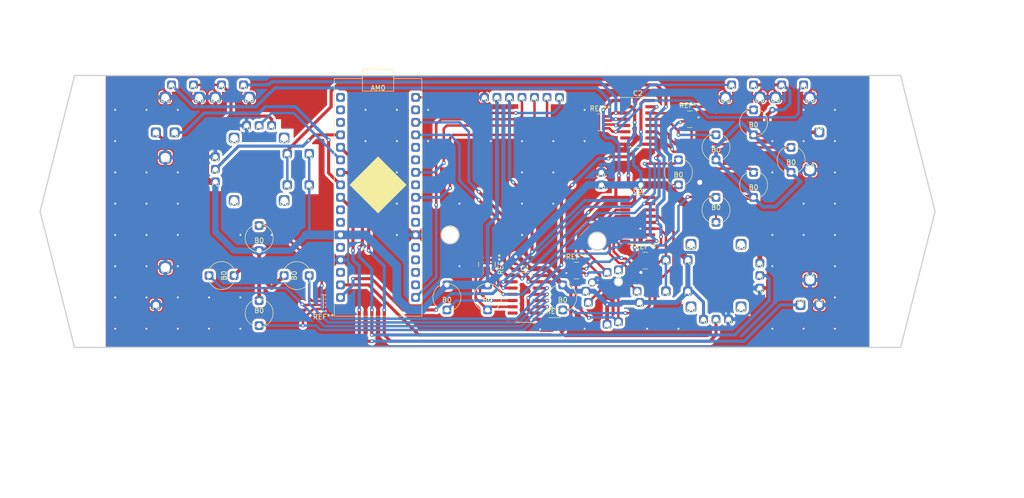
<source format=kicad_pcb>
(kicad_pcb (version 20221018) (generator pcbnew)
  (title_block (title "XpandShield_V2_1") (date "2021-07-19") (rev "1") (company "CDR_Xavier"))
  (layers (0 "F.Cu" mixed) (31 "B.Cu" mixed) (35 "F.Paste" user) (37 "F.SilkS" user "F.Silkscreen") (38 "B.Mask" user) (39 "F.Mask" user) (44 "Edge.Cuts" user))
  (net 0 "")
  (net 1 "GND")
  (net 2 "5V")
  (net 3 "CIPO")
  (net 4 "SCK")
  (net 5 "COPI")
  (net 6 "D4")
  (net 7 "D6")
  (net 8 "D9")
  (net 9 "D10")
  (net 10 "D12")
  (net 11 "Q1")
  (net 12 "Q2")
  (net 13 "Q3")
  (net 14 "B0")
  (net 15 "B1")
  (net 16 "B2")
  (net 17 "B3")
  (net 18 "B4")
  (net 19 "B5")
  (net 20 "B6")
  (net 21 "B7")
  (net 22 "B8")
  (net 23 "B9")
  (net 24 "B10")
  (net 25 "B11")
  (net 26 "B12")
  (net 27 "B13")
  (net 28 "B14")
  (net 29 "B15")
  (net 30 "B16")
  (net 31 "B17")
  (net 32 "B18")
  (net 33 "B19")
  (net 34 "B20")
  (net 35 "B21")
  (net 36 "B22")
  (net 37 "B23")
  (net 38 "A0")
  (net 39 "A1")
  (net 40 "A2")
  (net 41 "A3")
  (net 42 "A4")
  (net 43 "A5")
  (footprint "Custom_SO:SOP-16_.15x.4in_P50mil" (layer "F.Cu") (at 140.335 33.02)
    (fp_text reference "C2")
    (fp_text value "SOP-16_.15x.4in_P50mil")
  )
  (footprint "Custom_SO:SOP-16_.15x.4in_P50mil" (layer "F.Cu") (at 117.475 68.58)
    (fp_text reference "C1")
    (fp_text value "SOP-16_.15x.4in_P50mil")
  )
  (footprint "Custom_SO:SOP-16_.15x.4in_P50mil" (layer "F.Cu") (at 140.335 52.705)
    (fp_text reference "C3")
    (fp_text value "SOP-16_.15x.4in_P50mil")
  )
  (footprint "Custom_SO:R_Array_4x0603" (layer "F.Cu") (at 132.715 33.02)
    (fp_text reference "REF**")
    (fp_text value "R_Array_4x0603")
  )
  (footprint "Custom_SO:R_Array_4x0603" (layer "F.Cu") (at 150.876 32.385)
    (fp_text reference "REF**")
    (fp_text value "R_Array_4x0603")
  )
  (footprint "Custom_SO:R_Array_4x0603" (layer "F.Cu") (at 76.581 69.723 180)
    (fp_text reference "REF**")
    (fp_text value "R_Array_4x0603")
  )
  (footprint "Custom_SO:R_Array_4x0603" (layer "F.Cu") (at 127.889 63.119)
    (fp_text reference "REF**")
    (fp_text value "R_Array_4x0603")
  )
  (footprint "Custom_SO:R_Array_4x0603" (layer "F.Cu") (at 109.728 61.849 -90)
    (fp_text reference "REF**")
    (fp_text value "R_Array_4x0603")
  )
  (footprint "Custom_SO:SOT-23-5" (layer "F.Cu") (at 123.825 74.295)
    (fp_text reference "REF**")
    (fp_text value "SOT-23-5")
  )
  (footprint "Custom_SO:R_Array_4x0603" (layer "F.Cu") (at 141.859 61.087)
    (fp_text reference "REF**")
    (fp_text value "R_Array_4x0603")
  )
  (footprint "Xpand:Big_Thru_Hole" (layer "F.Cu") (at 54.61 27.94)
    (fp_text reference "G0")
    (fp_text value "Big_Thru_Hole")
  )
  (footprint "Xpand:Big_Thru_Hole" (layer "F.Cu") (at 158.115 27.94)
    (fp_text reference "G0")
    (fp_text value "Big_Thru_Hole")
  )
  (footprint "Custom_SO:Arduino-Micro" (layer "F.Cu") (at 87.63 48.26)
    (fp_text reference "AM0")
    (fp_text value "Arduino-Micro")
  )
  (footprint "Xpand:70mil_Big_Thru_Pad" (layer "F.Cu") (at 46.355 35.052)
    (fp_text reference "P0")
    (fp_text value "70mil_Big_Thru_Pad")
  )
  (footprint "Xpand:Big_Thru_Hole" (layer "F.Cu") (at 161.29 57.785)
    (fp_text reference "G0")
    (fp_text value "Big_Thru_Hole")
  )
  (footprint "Xpand:Big_Thru_Hole" (layer "F.Cu") (at 68.58 48.895)
    (fp_text reference "G0")
    (fp_text value "Big_Thru_Hole")
  )
  (footprint "Xpand:70mil_Thru_Pad" (layer "F.Cu") (at 54.61 40.005)
    (fp_text reference "P0")
    (fp_text value "70mil_Thru_Pad")
  )
  (footprint "Xpand:70mil_Thru_Pad" (layer "F.Cu") (at 124.46 27.94)
    (fp_text reference "P0")
    (fp_text value "70mil_Thru_Pad")
  )
  (footprint "Xpand:70mil_Thru_Pad" (layer "F.Cu") (at 146.05 60.96)
    (fp_text reference "P0")
    (fp_text value "70mil_Thru_Pad")
  )
  (footprint "Xpand:70mil_Big_Thru_Pad" (layer "F.Cu") (at 134.112 74.041)
    (fp_text reference "P0")
    (fp_text value "70mil_Big_Thru_Pad")
  )
  (footprint "Xpand:.2_in_Press_Button" (layer "F.Cu") (at 63.5 56.515)
    (fp_text reference "B0")
    (fp_text value ".2_in_Press_Button")
  )
  (footprint "Xpand:.2_in_Press_Button" (layer "F.Cu") (at 125.095 68.58)
    (fp_text reference "B0")
    (fp_text value ".2_in_Press_Button")
  )
  (footprint "Xpand:70mil_Thru_Pad" (layer "F.Cu") (at 132.969 45.72)
    (fp_text reference "P0")
    (fp_text value "70mil_Thru_Pad")
  )
  (footprint "Xpand:Big_Thru_Hole" (layer "F.Cu") (at 44.45 62.484)
    (fp_text reference "G0")
    (fp_text value "Big_Thru_Hole")
  )
  (footprint "Xpand:Big_Thru_Hole" (layer "F.Cu") (at 44.45 40.132)
    (fp_text reference "G0")
    (fp_text value "Big_Thru_Hole")
  )
  (footprint "Xpand:70mil_Big_Thru_Pad" (layer "F.Cu") (at 177.165 70.104 180)
    (fp_text reference "P0")
    (fp_text value "70mil_Big_Thru_Pad")
  )
  (footprint "Xpand:70mil_Big_Thru_Pad" (layer "F.Cu") (at 173.355 70.104 180)
    (fp_text reference "P0")
    (fp_text value "70mil_Big_Thru_Pad")
  )
  (footprint "Xpand:70mil_Big_Thru_Pad" (layer "F.Cu") (at 177.165 35.052 180)
    (fp_text reference "P0")
    (fp_text value "70mil_Big_Thru_Pad")
  )
  (footprint "Xpand:Big_Thru_Hole" (layer "F.Cu") (at 175.26 65.024 180)
    (fp_text reference "G0")
    (fp_text value "Big_Thru_Hole")
  )
  (footprint "Xpand:Big_Thru_Hole" (layer "F.Cu") (at 175.26 42.672 180)
    (fp_text reference "G0")
    (fp_text value "Big_Thru_Hole")
  )
  (footprint "Xpand:.2_in_Press_Button" (layer "F.Cu") (at 156.21 50.8 180)
    (fp_text reference "B0")
    (fp_text value ".2_in_Press_Button")
  )
  (footprint "Xpand:70mil_Thru_Pad" (layer "F.Cu") (at 119.38 27.94)
    (fp_text reference "P0")
    (fp_text value "70mil_Thru_Pad")
  )
  (footprint "Xpand:70mil_Thru_Pad" (layer "F.Cu") (at 73.66 39.37)
    (fp_text reference "P0")
    (fp_text value "70mil_Thru_Pad")
  )
  (footprint "Xpand:70mil_Thru_Pad" (layer "F.Cu") (at 54.61 42.545)
    (fp_text reference "P0")
    (fp_text value "70mil_Thru_Pad")
  )
  (footprint "Xpand:70mil_Thru_Pad" (layer "F.Cu") (at 69.215 45.72)
    (fp_text reference "P0")
    (fp_text value "70mil_Thru_Pad")
  )
  (footprint "Xpand:.2_in_Press_Button" (layer "F.Cu") (at 163.83 45.72)
    (fp_text reference "B0")
    (fp_text value ".2_in_Press_Button")
  )
  (footprint "Xpand:70mil_Thru_Pad" (layer "F.Cu") (at 146.05 67.31)
    (fp_text reference "P0")
    (fp_text value "70mil_Thru_Pad")
  )
  (footprint "Xpand:70mil_Big_Thru_Pad" (layer "F.Cu") (at 136.398 73.533)
    (fp_text reference "P0")
    (fp_text value "70mil_Big_Thru_Pad")
  )
  (footprint "Xpand:70mil_Thru_Pad" (layer "F.Cu") (at 73.66 45.72)
    (fp_text reference "P0")
    (fp_text value "70mil_Thru_Pad")
  )
  (footprint "Xpand:.2_in_Press_Button" (layer "F.Cu") (at 101.6 68.58)
    (fp_text reference "B0")
    (fp_text value ".2_in_Press_Button")
  )
  (footprint "Xpand:70mil_Big_Thru_Pad" (layer "F.Cu") (at 130.302 69.596)
    (fp_text reference "P0")
    (fp_text value "70mil_Big_Thru_Pad")
  )
  (footprint "Xpand:70mil_Thru_Pad" (layer "F.Cu") (at 150.495 67.31)
    (fp_text reference "P0")
    (fp_text value "70mil_Thru_Pad")
  )
  (footprint "Xpand:70mil_Thru_Pad" (layer "F.Cu") (at 55.88 25.4)
    (fp_text reference "P0")
    (fp_text value "70mil_Thru_Pad")
  )
  (footprint "Xpand:70mil_Thru_Pad" (layer "F.Cu") (at 114.3 27.94)
    (fp_text reference "P0")
    (fp_text value "70mil_Thru_Pad")
  )
  (footprint "Xpand:70mil_Thru_Pad" (layer "F.Cu") (at 165.1 66.675)
    (fp_text reference "P0")
    (fp_text value "70mil_Thru_Pad")
  )
  (footprint "Xpand:70mil_Thru_Pad" (layer "F.Cu") (at 60.325 25.4)
    (fp_text reference "P0")
    (fp_text value "70mil_Thru_Pad")
  )
  (footprint "Xpand:70mil_Big_Thru_Pad" (layer "F.Cu") (at 42.545 70.104)
    (fp_text reference "P0")
    (fp_text value "70mil_Big_Thru_Pad")
  )
  (footprint "Xpand:.2_in_Press_Button" (layer "F.Cu") (at 171.45 40.64)
    (fp_text reference "B0")
    (fp_text value ".2_in_Press_Button")
  )
  (footprint "Xpand:.2_in_Press_Button" (layer "F.Cu") (at 63.5 71.755 180)
    (fp_text reference "B0")
    (fp_text value ".2_in_Press_Button")
  )
  (footprint "Xpand:70mil_Big_Thru_Pad" (layer "F.Cu") (at 129.794 67.31)
    (fp_text reference "P0")
    (fp_text value "70mil_Big_Thru_Pad")
  )
  (footprint "Xpand:70mil_Thru_Pad" (layer "F.Cu") (at 111.76 27.94)
    (fp_text reference "P0")
    (fp_text value "70mil_Thru_Pad")
  )
  (footprint "Xpand:70mil_Thru_Pad" (layer "F.Cu") (at 150.495 60.96)
    (fp_text reference "P0")
    (fp_text value "70mil_Thru_Pad")
  )
  (footprint "Xpand:70mil_Thru_Pad" (layer "F.Cu") (at 63.5 33.655)
    (fp_text reference "P0")
    (fp_text value "70mil_Thru_Pad")
  )
  (footprint "Xpand:70mil_Thru_Pad" (layer "F.Cu") (at 163.83 25.4)
    (fp_text reference "P0")
    (fp_text value "70mil_Thru_Pad")
  )
  (footprint "Xpand:70mil_Big_Thru_Pad" (layer "F.Cu") (at 140.716 69.596)
    (fp_text reference "P0")
    (fp_text value "70mil_Big_Thru_Pad")
  )
  (footprint "Xpand:70mil_Thru_Pad" (layer "F.Cu") (at 156.21 73.025)
    (fp_text reference "P0")
    (fp_text value "70mil_Thru_Pad")
  )
  (footprint "Xpand:70mil_Thru_Pad" (layer "F.Cu") (at 116.84 27.94)
    (fp_text reference "P0")
    (fp_text value "70mil_Thru_Pad")
  )
  (footprint "Xpand:Big_Thru_Hole" (layer "F.Cu") (at 151.13 57.785)
    (fp_text reference "G0")
    (fp_text value "Big_Thru_Hole")
  )
  (footprint "Xpand:70mil_Thru_Pad" (layer "F.Cu") (at 169.545 25.4)
    (fp_text reference "P0")
    (fp_text value "70mil_Thru_Pad")
  )
  (footprint "Xpand:Big_Thru_Hole" (layer "F.Cu") (at 168.275 27.94)
    (fp_text reference "G0")
    (fp_text value "Big_Thru_Hole")
  )
  (footprint "Xpand:70mil_Thru_Pad" (layer "F.Cu") (at 153.67 73.025)
    (fp_text reference "P0")
    (fp_text value "70mil_Thru_Pad")
  )
  (footprint "Xpand:Big_Thru_Hole" (layer "F.Cu") (at 151.13 70.485)
    (fp_text reference "G0")
    (fp_text value "Big_Thru_Hole")
  )
  (footprint "Xpand:Big_Thru_Hole" (layer "F.Cu") (at 175.26 27.94)
    (fp_text reference "G0")
    (fp_text value "Big_Thru_Hole")
  )
  (footprint "Xpand:Big_Thru_Hole" (layer "F.Cu") (at 44.45 27.94)
    (fp_text reference "G0")
    (fp_text value "Big_Thru_Hole")
  )
  (footprint "Xpand:70mil_Thru_Pad" (layer "F.Cu") (at 54.61 45.085)
    (fp_text reference "P0")
    (fp_text value "70mil_Thru_Pad")
  )
  (footprint "Xpand:70mil_Thru_Pad" (layer "F.Cu") (at 173.99 25.4)
    (fp_text reference "P0")
    (fp_text value "70mil_Thru_Pad")
  )
  (footprint "Xpand:.2_in_Press_Button" (layer "F.Cu") (at 148.59 43.18)
    (fp_text reference "B0")
    (fp_text value ".2_in_Press_Button")
  )
  (footprint "Xpand:.2_in_Press_Button" (layer "F.Cu") (at 156.21 38.1)
    (fp_text reference "B0")
    (fp_text value ".2_in_Press_Button")
  )
  (footprint "Xpand:70mil_Thru_Pad" (layer "F.Cu") (at 159.385 25.4)
    (fp_text reference "P0")
    (fp_text value "70mil_Thru_Pad")
  )
  (footprint "Xpand:70mil_Thru_Pad" (layer "F.Cu") (at 69.215 39.37)
    (fp_text reference "P0")
    (fp_text value "70mil_Thru_Pad")
  )
  (footprint "Xpand:70mil_Big_Thru_Pad" (layer "F.Cu") (at 140.208 67.31)
    (fp_text reference "P0")
    (fp_text value "70mil_Big_Thru_Pad")
  )
  (footprint "Xpand:Big_Thru_Hole" (layer "F.Cu") (at 58.42 48.895)
    (fp_text reference "G0")
    (fp_text value "Big_Thru_Hole")
  )
  (footprint "Xpand:Big_Thru_Hole" (layer "F.Cu") (at 61.468 27.94)
    (fp_text reference "G0")
    (fp_text value "Big_Thru_Hole")
  )
  (footprint "Xpand:70mil_Thru_Pad" (layer "F.Cu") (at 45.72 25.4)
    (fp_text reference "P0")
    (fp_text value "70mil_Thru_Pad")
  )
  (footprint "Xpand:.2_in_Press_Button" (layer "F.Cu") (at 163.83 33.02)
    (fp_text reference "B0")
    (fp_text value ".2_in_Press_Button")
  )
  (footprint "Xpand:Big_Thru_Hole" (layer "F.Cu") (at 161.29 70.485)
    (fp_text reference "G0")
    (fp_text value "Big_Thru_Hole")
  )
  (footprint "Xpand:70mil_Thru_Pad" (layer "F.Cu") (at 60.96 33.655)
    (fp_text reference "P0")
    (fp_text value "70mil_Thru_Pad")
  )
  (footprint "Xpand:70mil_Big_Thru_Pad" (layer "F.Cu") (at 136.398 62.992)
    (fp_text reference "P0")
    (fp_text value "70mil_Big_Thru_Pad")
  )
  (footprint "Xpand:70mil_Thru_Pad" (layer "F.Cu") (at 50.165 25.4)
    (fp_text reference "P0")
    (fp_text value "70mil_Thru_Pad")
  )
  (footprint "Xpand:70mil_Big_Thru_Pad" (layer "F.Cu") (at 42.545 35.052)
    (fp_text reference "P0")
    (fp_text value "70mil_Big_Thru_Pad")
  )
  (footprint "Xpand:70mil_Thru_Pad" (layer "F.Cu") (at 132.969 43.18)
    (fp_text reference "P0")
    (fp_text value "70mil_Thru_Pad")
  )
  (footprint "Xpand:70mil_Thru_Pad" (layer "F.Cu") (at 109.22 27.94)
    (fp_text reference "P0")
    (fp_text value "70mil_Thru_Pad")
  )
  (footprint "Xpand:70mil_Thru_Pad" (layer "F.Cu") (at 66.04 33.655)
    (fp_text reference "P0")
    (fp_text value "70mil_Thru_Pad")
  )
  (footprint "Xpand:70mil_Thru_Pad" (layer "F.Cu") (at 165.1 64.135)
    (fp_text reference "P0")
    (fp_text value "70mil_Thru_Pad")
  )
  (footprint "Xpand:.2_in_Press_Button" (layer "F.Cu") (at 55.88 64.135 90)
    (fp_text reference "B0")
    (fp_text value ".2_in_Press_Button")
  )
  (footprint "Xpand:Big_Thru_Hole" (layer "F.Cu") (at 68.58 36.195)
    (fp_text reference "G0")
    (fp_text value "Big_Thru_Hole")
  )
  (footprint "Xpand:70mil_Thru_Pad" (layer "F.Cu") (at 121.92 27.94)
    (fp_text reference "P0")
    (fp_text value "70mil_Thru_Pad")
  )
  (footprint "Xpand:70mil_Big_Thru_Pad" (layer "F.Cu") (at 134.112 63.5)
    (fp_text reference "P0")
    (fp_text value "70mil_Big_Thru_Pad")
  )
  (footprint "Xpand:70mil_Thru_Pad" (layer "F.Cu") (at 165.1 61.595)
    (fp_text reference "P0")
    (fp_text value "70mil_Thru_Pad")
  )
  (footprint "Xpand:.2_in_Press_Button" (layer "F.Cu") (at 71.12 64.135 -90)
    (fp_text reference "B0")
    (fp_text value ".2_in_Press_Button")
  )
  (footprint "Xpand:Big_Thru_Hole" (layer "F.Cu") (at 165.1 27.94)
    (fp_text reference "G0")
    (fp_text value "Big_Thru_Hole")
  )
  (footprint "Xpand:Big_Thru_Hole" (layer "F.Cu") (at 51.308 27.94)
    (fp_text reference "G0")
    (fp_text value "Big_Thru_Hole")
  )
  (footprint "Xpand:70mil_Big_Thru_Pad" (layer "F.Cu") (at 131.064 65.532)
    (fp_text reference "P0")
    (fp_text value "70mil_Big_Thru_Pad")
  )
  (footprint "Xpand:70mil_Thru_Pad" (layer "F.Cu") (at 158.75 73.025)
    (fp_text reference "P0")
    (fp_text value "70mil_Thru_Pad")
  )
  (footprint "Xpand:.2_in_Press_Button" (layer "F.Cu") (at 109.855 68.58)
    (fp_text reference "B0")
    (fp_text value ".2_in_Press_Button")
  )
  (footprint "Xpand:Big_Thru_Hole" (layer "F.Cu") (at 58.42 36.195)
    (fp_text reference "G0")
    (fp_text value "Big_Thru_Hole")
  )
  (gr_circle (center 102.235 55.88) (end 104.031051 55.88) (stroke (width 0.254)) (fill none) (layer "Edge.Cuts"))
  (gr_circle (center 132.08 57.15) (end 133.876051 57.15) (stroke (width 0.254)) (fill none) (layer "Edge.Cuts"))
  (gr_circle (center 136.398 65.405) (end 135.89 66.04) (stroke (width 0.254)) (fill none) (layer "Edge.Cuts"))
  (gr_line (start 26.035 23.495) (end 19.05 51.1175) (stroke (width 0.254)) (layer "Edge.Cuts"))
  (gr_line (start 200.66 51.1175) (end 193.675 23.495) (stroke (width 0.254)) (layer "Edge.Cuts"))
  (gr_line (start 200.66 51.1175) (end 193.675 78.74) (stroke (width 0.254)) (layer "Edge.Cuts"))
  (gr_line (start 26.035 23.495) (end 193.675 23.495) (stroke (width 0.254)) (layer "Edge.Cuts"))
  (gr_line (start 26.035 78.74) (end 19.05 51.1175) (stroke (width 0.254)) (layer "Edge.Cuts"))
  (gr_line (start 193.675 78.74) (end 26.035 78.74) (stroke (width 0.254)) (layer "Edge.Cuts"))
  (segment (start 109.22 43.18) (end 96.52 55.88) (width 1.27) (layer "F.Cu") (net 1))
  (segment (start 152.654 32.004) (end 151.765 32.004) (width 0.508) (layer "F.Cu") (net 1))
  (segment (start 42.545 70.104) (end 42.545 68.072) (width 0.635) (layer "F.Cu") (net 1))
  (segment (start 49.149 51.689) (end 46.99 49.53) (width 1.778) (layer "F.Cu") (net 1))
  (segment (start 140.9065 61.5315) (end 140.97 61.5315) (width 0.508) (layer "F.Cu") (net 1))
  (segment (start 114.935 73.025) (end 112.268 73.025) (width 0.635) (layer "F.Cu") (net 1))
  (segment (start 113.665 43.18) (end 128.397 43.18) (width 1.27) (layer "F.Cu") (net 1))
  (segment (start 91.44 55.88) (end 86.36 60.96) (width 1.778) (layer "F.Cu") (net 1))
  (segment (start 140.843 55.372) (end 140.843 54.61) (width 0.508) (layer "F.Cu") (net 1))
  (segment (start 120.523 75.057) (end 114.3 75.057) (width 0.762) (layer "F.Cu") (net 1))
  (segment (start 77.47 70.104) (end 77.47 69.2785) (width 0.635) (layer "F.Cu") (net 1))
  (segment (start 132.969 39.37) (end 133.7945 38.5445) (width 0.508) (layer "F.Cu") (net 1))
  (segment (start 136.525 37.465) (end 135.382 38.608) (width 0.508) (layer "F.Cu") (net 1))
  (segment (start 140.97 63.5) (end 140.97 62.2935) (width 0.635) (layer "F.Cu") (net 1))
  (segment (start 68.199 51.689) (end 77.47 60.96) (width 1.778) (layer "F.Cu") (net 1))
  (segment (start 150.876 43.18) (end 152.908 45.212) (width 1.27) (layer "F.Cu") (net 1))
  (segment (start 167.64 68.58) (end 167.64 67.691) (width 0.762) (layer "F.Cu") (net 1))
  (segment (start 110.49 36.83) (end 110.49 43.18) (width 0.635) (layer "F.Cu") (net 1))
  (segment (start 125.9205 63.5635) (end 125.857 63.627) (width 0.508) (layer "F.Cu") (net 1))
  (segment (start 140.97 59.8805) (end 140.97 60.706) (width 0.635) (layer "F.Cu") (net 1))
  (segment (start 137.795 37.465) (end 136.525 37.465) (width 0.508) (layer "F.Cu") (net 1))
  (segment (start 77.47 69.2785) (end 77.47 68.5165) (width 0.635) (layer "F.Cu") (net 1))
  (segment (start 137.795 57.15) (end 137.795 58.42) (width 0.635) (layer "F.Cu") (net 1))
  (segment (start 135.89 41.91) (end 139.065 41.91) (width 1.27) (layer "F.Cu") (net 1))
  (segment (start 165.1 27.94) (end 158.115 27.94) (width 1.016) (layer "F.Cu") (net 1))
  (segment (start 46.99 49.53) (end 46.99 43.18) (width 1.778) (layer "F.Cu") (net 1))
  (segment (start 177.165 70.104) (end 177.165 68.58) (width 0.635) (layer "F.Cu") (net 1))
  (segment (start 137.795 58.42) (end 140.081 60.706) (width 0.635) (layer "F.Cu") (net 1))
  (segment (start 106.299 65.659) (end 106.299 60.96) (width 0.762) (layer "F.Cu") (net 1))
  (segment (start 175.26 67.691) (end 167.64 67.691) (width 0.635) (layer "F.Cu") (net 1))
  (segment (start 51.435 27.94) (end 44.45 27.94) (width 1.016) (layer "F.Cu") (net 1))
  (segment (start 95.25 55.88) (end 96.52 55.88) (width 1.778) (layer "F.Cu") (net 1))
  (segment (start 110.49 43.18) (end 113.665 43.18) (width 1.27) (layer "F.Cu") (net 1))
  (segment (start 158.75 73.025) (end 163.195 73.025) (width 0.762) (layer "F.Cu") (net 1))
  (segment (start 127 52.832) (end 128.397 51.435) (width 0.635) (layer "F.Cu") (net 1))
  (segment (start 96.52 55.88) (end 106.299 65.659) (width 1.016) (layer "F.Cu") (net 1))
  (segment (start 110.9345 60.96) (end 110.109 60.96) (width 0.508) (layer "F.Cu") (net 1))
  (segment (start 132.969 43.18) (end 132.969 39.37) (width 0.508) (layer "F.Cu") (net 1))
  (segment (start 112.268 73.025) (end 108.585 73.025) (width 0.762) (layer "F.Cu") (net 1))
  (segment (start 131.826 36.576) (end 133.7945 38.5445) (width 0.508) (layer "F.Cu") (net 1))
  (segment (start 140.97 60.706) (end 140.97 61.5315) (width 0.635) (layer "F.Cu") (net 1))
  (segment (start 127 63.5635) (end 127 64.3255) (width 0.508) (layer "F.Cu") (net 1))
  (segment (start 163.195 73.025) (end 167.64 68.58) (width 0.762) (layer "F.Cu") (net 1))
  (segment (start 140.97 62.2935) (end 140.97 61.5315) (width 0.635) (layer "F.Cu") (net 1))
  (segment (start 132.969 43.18) (end 134.62 43.18) (width 1.27) (layer "F.Cu") (net 1))
  (segment (start 128.397 43.18) (end 132.969 43.18) (width 1.27) (layer "F.Cu") (net 1))
  (segment (start 68.199 51.689) (end 49.149 51.689) (width 1.778) (layer "F.Cu") (net 1))
  (segment (start 151.765 32.004) (end 151.765 32.8295) (width 0.508) (layer "F.Cu") (net 1))
  (segment (start 176.276 67.691) (end 175.26 67.691) (width 0.635) (layer "F.Cu") (net 1))
  (segment (start 175.26 65.151) (end 175.26 67.691) (width 0.635) (layer "F.Cu") (net 1))
  (segment (start 132.08 52.705) (end 129.667 52.705) (width 0.635) (layer "F.Cu") (net 1))
  (segment (start 108.5215 60.96) (end 106.299 60.96) (width 0.635) (layer "F.Cu") (net 1))
  (segment (start 86.36 60.96) (end 80.01 60.96) (width 1.778) (layer "F.Cu") (net 1))
  (segment (start 135.382 38.608) (end 133.858 38.608) (width 0.508) (layer "F.Cu") (net 1))
  (segment (start 77.47 60.96) (end 80.01 60.96) (width 1.778) (layer "F.Cu") (net 1))
  (segment (start 140.335 43.18) (end 147.32 43.18) (width 1.27) (layer "F.Cu") (net 1))
  (segment (start 142.875 55.88) (end 141.351 55.88) (width 0.508) (layer "F.Cu") (net 1))
  (segment (start 168.275 27.94) (end 165.1 27.94) (width 1.016) (layer "F.Cu") (net 1))
  (segment (start 133.858 38.608) (end 133.7945 38.5445) (width 0.508) (layer "F.Cu") (net 1))
  (segment (start 165.1 66.675) (end 167.64 66.675) (width 0.762) (layer "F.Cu") (net 1))
  (segment (start 127 61.9125) (end 127 62.738) (width 0.508) (layer "F.Cu") (net 1))
  (segment (start 167.64 67.691) (end 167.64 66.675) (width 0.762) (layer "F.Cu") (net 1))
  (segment (start 151.765 32.8295) (end 151.765 33.5915) (width 0.508) (layer "F.Cu") (net 1))
  (segment (start 110.109 60.96) (end 109.2835 60.96) (width 0.508) (layer "F.Cu") (net 1))
  (segment (start 109.2835 60.96) (end 108.5215 60.96) (width 0.508) (layer "F.Cu") (net 1))
  (segment (start 109.22 43.18) (end 110.49 43.18) (width 1.27) (layer "F.Cu") (net 1))
  (segment (start 129.667 52.705) (end 128.397 51.435) (width 0.635) (layer "F.Cu") (net 1))
  (segment (start 140.081 60.706) (end 140.97 60.706) (width 0.635) (layer "F.Cu") (net 1))
  (segment (start 177.165 68.58) (end 176.276 67.691) (width 0.635) (layer "F.Cu") (net 1))
  (segment (start 44.45 56.388) (end 49.149 51.689) (width 0.635) (layer "F.Cu") (net 1))
  (segment (start 131.826 34.2265) (end 131.826 36.576) (width 0.508) (layer "F.Cu") (net 1))
  (segment (start 134.62 43.18) (end 135.89 41.91) (width 1.27) (layer "F.Cu") (net 1))
  (segment (start 147.32 43.18) (end 150.876 43.18) (width 1.27) (layer "F.Cu") (net 1))
  (segment (start 127 63.5635) (end 125.9205 63.5635) (width 0.508) (layer "F.Cu") (net 1))
  (segment (start 127 62.738) (end 127 63.5635) (width 0.508) (layer "F.Cu") (net 1))
  (segment (start 151.765 31.1785) (end 151.765 32.004) (width 0.508) (layer "F.Cu") (net 1))
  (segment (start 77.47 68.5165) (end 77.47 60.96) (width 0.635) (layer "F.Cu") (net 1))
  (segment (start 95.25 55.88) (end 91.44 55.88) (width 1.778) (layer "F.Cu") (net 1))
  (segment (start 42.545 68.072) (end 44.45 66.167) (width 0.635) (layer "F.Cu") (net 1))
  (segment (start 108.585 73.025) (end 106.299 70.739) (width 0.762) (layer "F.Cu") (net 1))
  (segment (start 77.47 70.9295) (end 77.47 70.104) (width 0.635) (layer "F.Cu") (net 1))
  (segment (start 44.45 66.167) (end 44.45 62.484) (width 0.635) (layer "F.Cu") (net 1))
  (segment (start 168.275 27.94) (end 175.26 27.94) (width 1.016) (layer "F.Cu") (net 1))
  (segment (start 141.351 55.88) (end 140.843 55.372) (width 0.508) (layer "F.Cu") (net 1))
  (segment (start 137.795 57.15) (end 136.525 57.15) (width 0.508) (layer "F.Cu") (net 1))
  (segment (start 122.682 75.2475) (end 120.7135 75.2475) (width 0.635) (layer "F.Cu") (net 1))
  (segment (start 46.99 42.672) (end 46.99 43.18) (width 0.381) (layer "F.Cu") (net 1))
  (segment (start 114.3 75.057) (end 112.268 73.025) (width 0.762) (layer "F.Cu") (net 1))
  (segment (start 139.065 41.91) (end 140.335 43.18) (width 1.27) (layer "F.Cu") (net 1))
  (segment (start 120.7135 75.2475) (end 120.523 75.057) (width 0.635) (layer "F.Cu") (net 1))
  (segment (start 131.826 33.4645) (end 131.826 32.639) (width 0.508) (layer "F.Cu") (net 1))
  (segment (start 106.299 70.739) (end 106.299 65.659) (width 0.762) (layer "F.Cu") (net 1))
  (segment (start 131.826 31.8135) (end 131.826 32.639) (width 0.508) (layer "F.Cu") (net 1))
  (segment (start 131.826 34.2265) (end 131.826 33.4645) (width 0.508) (layer "F.Cu") (net 1))
  (segment (start 44.45 56.388) (end 44.45 62.484) (width 0.635) (layer "F.Cu") (net 1))
  (segment (start 127 61.9125) (end 127 52.832) (width 0.635) (layer "F.Cu") (net 1))
  (segment (start 128.397 51.435) (end 128.397 43.18) (width 0.635) (layer "F.Cu") (net 1))
  (via micro (at 123.19 49.53) (size 0.762) (drill 0.381) (layers "F.Cu" "B.Cu") (net 1))
  (via micro (at 104.14 62.23) (size 0.762) (drill 0.381) (layers "F.Cu" "B.Cu") (net 1))
  (via micro (at 40.64 68.58) (size 0.762) (drill 0.381) (layers "F.Cu" "B.Cu") (net 1))
  (via micro (at 152.654 32.004) (size 0.762) (drill 0.381) (layers "F.Cu" "B.Cu") (net 1))
  (via micro (at 46.99 49.53) (size 0.762) (drill 0.381) (layers "F.Cu" "B.Cu") (net 1))
  (via micro (at 59.69 55.88) (size 0.762) (drill 0.381) (layers "F.Cu" "B.Cu") (net 1))
  (via micro (at 46.99 55.88) (size 0.762) (drill 0.381) (layers "F.Cu" "B.Cu") (net 1))
  (via micro (at 129.54 36.83) (size 0.762) (drill 0.381) (layers "F.Cu" "B.Cu") (net 1))
  (via micro (at 180.34 55.88) (size 0.762) (drill 0.381) (layers "F.Cu" "B.Cu") (net 1))
  (via micro (at 91.44 43.18) (size 0.762) (drill 0.381) (layers "F.Cu" "B.Cu") (net 1))
  (via micro (at 123.19 36.83) (size 0.762) (drill 0.381) (layers "F.Cu" "B.Cu") (net 1))
  (via micro (at 136.525 57.15) (size 0.762) (drill 0.381) (layers "F.Cu" "B.Cu") (net 1))
  (via micro (at 34.29 30.48) (size 0.762) (drill 0.381) (layers "F.Cu" "B.Cu") (net 1))
  (via micro (at 40.64 30.48) (size 0.762) (drill 0.381) (layers "F.Cu" "B.Cu") (net 1))
  (via micro (at 46.99 30.48) (size 0.762) (drill 0.381) (layers "F.Cu" "B.Cu") (net 1))
  (via micro (at 167.64 36.83) (size 0.762) (drill 0.381) (layers "F.Cu" "B.Cu") (net 1))
  (via micro (at 46.99 68.58) (size 0.762) (drill 0.381) (layers "F.Cu" "B.Cu") (net 1))
  (via micro (at 53.34 74.93) (size 0.762) (drill 0.381) (layers "F.Cu" "B.Cu") (net 1))
  (via micro (at 34.29 68.58) (size 0.762) (drill 0.381) (layers "F.Cu" "B.Cu") (net 1))
  (via micro (at 180.34 68.58) (size 0.762) (drill 0.381) (layers "F.Cu" "B.Cu") (net 1))
  (via micro (at 173.99 49.53) (size 0.762) (drill 0.381) (layers "F.Cu" "B.Cu") (net 1))
  (via micro (at 180.34 74.93) (size 0.762) (drill 0.381) (layers "F.Cu" "B.Cu") (net 1))
  (via micro (at 91.44 30.48) (size 0.762) (drill 0.381) (layers "F.Cu" "B.Cu") (net 1))
  (via micro (at 66.04 55.88) (size 0.762) (drill 0.381) (layers "F.Cu" "B.Cu") (net 1))
  (via micro (at 123.19 43.18) (size 0.762) (drill 0.381) (layers "F.Cu" "B.Cu") (net 1))
  (via micro (at 40.64 49.53) (size 0.762) (drill 0.381) (layers "F.Cu" "B.Cu") (net 1))
  (via micro (at 34.29 36.83) (size 0.762) (drill 0.381) (layers "F.Cu" "B.Cu") (net 1))
  (via micro (at 167.64 55.88) (size 0.762) (drill 0.381) (layers "F.Cu" "B.Cu") (net 1))
  (via micro (at 173.99 74.93) (size 0.762) (drill 0.381) (layers "F.Cu" "B.Cu") (net 1))
  (via micro (at 180.34 30.48) (size 0.762) (drill 0.381) (layers "F.Cu" "B.Cu") (net 1))
  (via (at 152.908 45.212) (size 1.778) (drill 1.016) (layers "F.Cu" "B.Cu") (net 1))
  (via micro (at 132.08 52.705) (size 0.762) (drill 0.381) (layers "F.Cu" "B.Cu") (net 1))
  (via micro (at 140.97 63.5) (size 1.27) (drill 0.635) (layers "F.Cu" "B.Cu") (net 1))
  (via micro (at 40.64 43.18) (size 0.762) (drill 0.381) (layers "F.Cu" "B.Cu") (net 1))
  (via micro (at 140.843 54.61) (size 0.762) (drill 0.381) (layers "F.Cu" "B.Cu") (net 1))
  (via micro (at 142.24 74.93) (size 0.762) (drill 0.381) (layers "F.Cu" "B.Cu") (net 1))
  (via micro (at 180.34 43.18) (size 0.762) (drill 0.381) (layers "F.Cu" "B.Cu") (net 1))
  (via micro (at 97.79 30.48) (size 0.762) (drill 0.381) (layers "F.Cu" "B.Cu") (net 1))
  (via micro (at 125.857 63.627) (size 0.762) (drill 0.381) (layers "F.Cu" "B.Cu") (net 1))
  (via micro (at 85.09 36.83) (size 0.762) (drill 0.381) (layers "F.Cu" "B.Cu") (net 1))
  (via micro (at 34.29 55.88) (size 0.762) (drill 0.381) (layers "F.Cu" "B.Cu") (net 1))
  (via micro (at 53.34 68.58) (size 0.762) (drill 0.381) (layers "F.Cu" "B.Cu") (net 1))
  (via micro (at 104.14 49.53) (size 0.762) (drill 0.381) (layers "F.Cu" "B.Cu") (net 1))
  (via micro (at 148.59 74.93) (size 0.762) (drill 0.381) (layers "F.Cu" "B.Cu") (net 1))
  (via micro (at 59.69 74.93) (size 0.762) (drill 0.381) (layers "F.Cu" "B.Cu") (net 1))
  (via micro (at 173.99 30.48) (size 0.762) (drill 0.381) (layers "F.Cu" "B.Cu") (net 1))
  (via micro (at 40.64 55.88) (size 0.762) (drill 0.381) (layers "F.Cu" "B.Cu") (net 1))
  (via micro (at 173.99 55.88) (size 0.762) (drill 0.381) (layers "F.Cu" "B.Cu") (net 1))
  (via micro (at 167.64 62.23) (size 0.762) (drill 0.381) (layers "F.Cu" "B.Cu") (net 1))
  (via micro (at 91.44 55.88) (size 0.762) (drill 0.381) (layers "F.Cu" "B.Cu") (net 1))
  (via micro (at 40.64 62.23) (size 0.762) (drill 0.381) (layers "F.Cu" "B.Cu") (net 1))
  (via micro (at 110.49 36.83) (size 0.762) (drill 0.381) (layers "F.Cu" "B.Cu") (net 1))
  (via micro (at 167.64 74.93) (size 0.762) (drill 0.381) (layers "F.Cu" "B.Cu") (net 1))
  (via micro (at 34.29 49.53) (size 0.762) (drill 0.381) (layers "F.Cu" "B.Cu") (net 1))
  (via micro (at 85.09 30.48) (size 0.762) (drill 0.381) (layers "F.Cu" "B.Cu") (net 1))
  (via micro (at 40.64 74.93) (size 0.762) (drill 0.381) (layers "F.Cu" "B.Cu") (net 1))
  (via micro (at 129.54 74.93) (size 0.762) (drill 0.381) (layers "F.Cu" "B.Cu") (net 1))
  (via micro (at 34.29 74.93) (size 0.762) (drill 0.381) (layers "F.Cu" "B.Cu") (net 1))
  (via micro (at 180.34 62.23) (size 0.762) (drill 0.381) (layers "F.Cu" "B.Cu") (net 1))
  (via micro (at 91.44 49.53) (size 0.762) (drill 0.381) (layers "F.Cu" "B.Cu") (net 1))
  (via micro (at 129.54 30.48) (size 0.762) (drill 0.381) (layers "F.Cu" "B.Cu") (net 1))
  (via micro (at 120.523 75.057) (size 0.762) (drill 0.381) (layers "F.Cu" "B.Cu") (net 1))
  (via micro (at 180.34 36.83) (size 0.762) (drill 0.381) (layers "F.Cu" "B.Cu") (net 1))
  (via micro (at 167.64 43.18) (size 0.762) (drill 0.381) (layers "F.Cu" "B.Cu") (net 1))
  (via micro (at 91.44 36.83) (size 0.762) (drill 0.381) (layers "F.Cu" "B.Cu") (net 1))
  (via micro (at 97.79 36.83) (size 0.762) (drill 0.381) (layers "F.Cu" "B.Cu") (net 1))
  (via micro (at 46.99 43.18) (size 0.762) (drill 0.381) (layers "F.Cu" "B.Cu") (net 1))
  (via micro (at 116.84 43.18) (size 0.762) (drill 0.381) (layers "F.Cu" "B.Cu") (net 1))
  (via micro (at 173.99 36.83) (size 0.762) (drill 0.381) (layers "F.Cu" "B.Cu") (net 1))
  (via micro (at 34.29 62.23) (size 0.762) (drill 0.381) (layers "F.Cu" "B.Cu") (net 1))
  (via micro (at 116.84 49.53) (size 0.762) (drill 0.381) (layers "F.Cu" "B.Cu") (net 1))
  (via micro (at 116.84 36.83) (size 0.762) (drill 0.381) (layers "F.Cu" "B.Cu") (net 1))
  (via micro (at 116.84 55.88) (size 0.762) (drill 0.381) (layers "F.Cu" "B.Cu") (net 1))
  (via micro (at 46.99 62.23) (size 0.762) (drill 0.381) (layers "F.Cu" "B.Cu") (net 1))
  (via micro (at 59.69 68.58) (size 0.762) (drill 0.381) (layers "F.Cu" "B.Cu") (net 1))
  (via micro (at 180.34 49.53) (size 0.762) (drill 0.381) (layers "F.Cu" "B.Cu") (net 1))
  (via micro (at 34.29 43.18) (size 0.762) (drill 0.381) (layers "F.Cu" "B.Cu") (net 1))
  (via micro (at 46.99 74.93) (size 0.762) (drill 0.381) (layers "F.Cu" "B.Cu") (net 1))
  (segment (start 157.734 72.009) (end 158.75 73.025) (width 0.635) (layer "B.Cu") (net 1))
  (segment (start 152.4 52.832) (end 152.908 52.324) (width 1.27) (layer "B.Cu") (net 1))
  (segment (start 159.131 66.675) (end 157.734 65.278) (width 1.016) (layer "B.Cu") (net 1))
  (segment (start 152.654 32.004) (end 152.019 32.004) (width 0.762) (layer "B.Cu") (net 1))
  (segment (start 121.412 74.168) (end 120.523 75.057) (width 0.635) (layer "B.Cu") (net 1))
  (segment (start 140.97 63.5) (end 140.97 62.103) (width 1.016) (layer "B.Cu") (net 1))
  (segment (start 54.61 27.94) (end 51.435 27.94) (width 1.016) (layer "B.Cu") (net 1))
  (segment (start 140.97 62.103) (end 143.891 59.182) (width 1.016) (layer "B.Cu") (net 1))
  (segment (start 123.19 71.12) (end 121.412 72.898) (width 0.635) (layer "B.Cu") (net 1))
  (segment (start 151.892 59.436) (end 157.734 65.278) (width 0.635) (layer "B.Cu") (net 1))
  (segment (start 60.96 33.655) (end 57.785 33.655) (width 0.635) (layer "B.Cu") (net 1))
  (segment (start 145.923 33.401) (end 145.923 38.846592) (width 0.762) (layer "B.Cu") (net 1))
  (segment (start 137.16 67.31) (end 140.335 64.135) (width 0.762) (layer "B.Cu") (net 1))
  (segment (start 121.412 72.898) (end 121.412 74.168) (width 0.635) (layer "B.Cu") (net 1))
  (segment (start 127.762 65.532) (end 125.857 63.627) (width 0.635) (layer "B.Cu") (net 1))
  (segment (start 125.857 63.627) (end 124.968 63.627) (width 0.635) (layer "B.Cu") (net 1))
  (segment (start 61.595 27.94) (end 54.61 27.94) (width 1.016) (layer "B.Cu") (net 1))
  (segment (start 109.22 27.94) (end 109.22 35.56) (width 0.635) (layer "B.Cu") (net 1))
  (segment (start 140.843 54.61) (end 133.985 54.61) (width 0.635) (layer "B.Cu") (net 1))
  (segment (start 146.939 39.862592) (end 146.939 42.799) (width 0.762) (layer "B.Cu") (net 1))
  (segment (start 135.001 67.31) (end 137.16 67.31) (width 0.762) (layer "B.Cu") (net 1))
  (segment (start 140.335 64.135) (end 140.97 63.5) (width 1.016) (layer "B.Cu") (net 1))
  (segment (start 146.05 59.182) (end 148.336 59.182) (width 0.635) (layer "B.Cu") (net 1))
  (segment (start 152.4 52.832) (end 157.734 58.166) (width 1.27) (layer "B.Cu") (net 1))
  (segment (start 54.61 36.83) (end 54.61 40.005) (width 0.635) (layer "B.Cu") (net 1))
  (segment (start 147.828 31.496) (end 145.923 33.401) (width 0.762) (layer "B.Cu") (net 1))
  (segment (start 151.511 31.496) (end 147.828 31.496) (width 0.762) (layer "B.Cu") (net 1))
  (segment (start 165.1 66.675) (end 159.131 66.675) (width 1.016) (layer "B.Cu") (net 1))
  (segment (start 146.05 59.182) (end 152.4 52.832) (width 1.016) (layer "B.Cu") (net 1))
  (segment (start 124.968 63.627) (end 123.19 65.405) (width 0.635) (layer "B.Cu") (net 1))
  (segment (start 148.336 59.182) (end 148.59 59.436) (width 0.635) (layer "B.Cu") (net 1))
  (segment (start 148.59 59.436) (end 151.892 59.436) (width 0.635) (layer "B.Cu") (net 1))
  (segment (start 57.785 33.655) (end 54.61 36.83) (width 0.635) (layer "B.Cu") (net 1))
  (segment (start 152.908 52.324) (end 152.908 45.212) (width 1.27) (layer "B.Cu") (net 1))
  (segment (start 123.19 65.405) (end 123.19 71.12) (width 0.635) (layer "B.Cu") (net 1))
  (segment (start 157.734 65.278) (end 157.734 72.009) (width 0.635) (layer "B.Cu") (net 1))
  (segment (start 145.923 38.846592) (end 146.939 39.862592) (width 0.762) (layer "B.Cu") (net 1))
  (segment (start 157.734 58.166) (end 157.734 65.278) (width 1.27) (layer "B.Cu") (net 1))
  (segment (start 133.985 54.61) (end 136.525 57.15) (width 0.635) (layer "B.Cu") (net 1))
  (segment (start 133.985 54.61) (end 132.08 52.705) (width 0.635) (layer "B.Cu") (net 1))
  (segment (start 109.22 35.56) (end 110.49 36.83) (width 0.635) (layer "B.Cu") (net 1))
  (segment (start 152.019 32.004) (end 151.511 31.496) (width 0.762) (layer "B.Cu") (net 1))
  (segment (start 143.891 59.182) (end 146.05 59.182) (width 1.016) (layer "B.Cu") (net 1))
  (segment (start 133.223 65.532) (end 135.001 67.31) (width 0.762) (layer "B.Cu") (net 1))
  (segment (start 133.223 65.532) (end 131.064 65.532) (width 0.762) (layer "B.Cu") (net 1))
  (segment (start 140.97 45.72) (end 140.97 47.625) (width 0.635) (layer "F.Cu") (net 2))
  (segment (start 141.605 28.575) (end 140.97 29.21) (width 0.635) (layer "F.Cu") (net 2))
  (segment (start 66.04 32.385) (end 65.405 31.75) (width 0.635) (layer "F.Cu") (net 2))
  (segment (start 150.495 60.96) (end 148.971 59.436) (width 1.27) (layer "F.Cu") (net 2))
  (segment (start 142.875 28.575) (end 141.605 28.575) (width 0.635) (layer "F.Cu") (net 2))
  (segment (start 118.491 62.738) (end 121.793 62.738) (width 1.016) (layer "F.Cu") (net 2))
  (segment (start 170.18 35.56) (end 166.624 35.56) (width 0.762) (layer "F.Cu") (net 2))
  (segment (start 42.545 35.052) (end 44.323 36.83) (width 0.635) (layer "F.Cu") (net 2))
  (segment (start 134.112 74.041) (end 134.112 69.977) (width 0.762) (layer "F.Cu") (net 2))
  (segment (start 57.785 27.305) (end 55.88 25.4) (width 0.635) (layer "F.Cu") (net 2))
  (segment (start 166.624 35.56) (end 163.83 35.56) (width 0.762) (layer "F.Cu") (net 2))
  (segment (start 120.015 64.135) (end 123.19 64.135) (width 0.635) (layer "F.Cu") (net 2))
  (segment (start 55.88 25.4) (end 50.165 25.4) (width 0.508) (layer "F.Cu") (net 2))
  (segment (start 58.42 64.135) (end 60.96 61.595) (width 0.762) (layer "F.Cu") (net 2))
  (segment (start 158.877 50.8) (end 161.29 53.213) (width 1.27) (layer "F.Cu") (net 2))
  (segment (start 116.078 60.325) (end 118.491 62.738) (width 1.016) (layer "F.Cu") (net 2))
  (segment (start 146.05 45.72) (end 148.59 48.26) (width 1.524) (layer "F.Cu") (net 2))
  (segment (start 156.21 53.34) (end 156.21 50.8) (width 0.381) (layer "F.Cu") (net 2))
  (segment (start 66.04 66.675) (end 68.58 64.135) (width 0.762) (layer "F.Cu") (net 2))
  (segment (start 170.688 35.052) (end 170.18 35.56) (width 0.762) (layer "F.Cu") (net 2))
  (segment (start 158.877 50.8) (end 161.417 48.26) (width 1.016) (layer "F.Cu") (net 2))
  (segment (start 124.968 73.3425) (end 126.1745 73.3425) (width 0.635) (layer "F.Cu") (net 2))
  (segment (start 125.095 66.04) (end 126.746 67.691) (width 0.635) (layer "F.Cu") (net 2))
  (segment (start 63.5 69.215) (end 63.5 64.135) (width 0.762) (layer "F.Cu") (net 2))
  (segment (start 126.1745 73.3425) (end 126.746 72.771) (width 0.635) (layer "F.Cu") (net 2))
  (segment (start 148.59 45.72) (end 146.05 45.72) (width 0.381) (layer "F.Cu") (net 2))
  (segment (start 66.04 33.655) (end 66.04 32.385) (width 0.635) (layer "F.Cu") (net 2))
  (segment (start 148.971 56.388) (end 151.13 54.229) (width 1.27) (layer "F.Cu") (net 2))
  (segment (start 63.5 64.135) (end 63.5 59.055) (width 0.762) (layer "F.Cu") (net 2))
  (segment (start 161.417 48.26) (end 163.83 48.26) (width 1.016) (layer "F.Cu") (net 2))
  (segment (start 140.97 45.72) (end 146.05 45.72) (width 1.524) (layer "F.Cu") (net 2))
  (segment (start 57.785 31.75) (end 52.705 36.83) (width 1.016) (layer "F.Cu") (net 2))
  (segment (start 148.971 59.436) (end 148.971 56.388) (width 1.27) (layer "F.Cu") (net 2))
  (segment (start 166.624 31.496) (end 167.64 30.48) (width 0.762) (layer "F.Cu") (net 2))
  (segment (start 165.1 61.595) (end 165.1 57.023) (width 1.016) (layer "F.Cu") (net 2))
  (segment (start 165.1 57.023) (end 161.29 53.213) (width 1.016) (layer "F.Cu") (net 2))
  (segment (start 166.624 35.56) (end 166.624 31.496) (width 0.762) (layer "F.Cu") (net 2))
  (segment (start 57.785 27.305) (end 57.785 31.75) (width 0.635) (layer "F.Cu") (net 2))
  (segment (start 140.97 29.21) (end 140.97 34.925) (width 0.635) (layer "F.Cu") (net 2))
  (segment (start 141.605 48.26) (end 142.875 48.26) (width 0.635) (layer "F.Cu") (net 2))
  (segment (start 140.97 45.72) (end 140.97 45.72) (width 0.635) (layer "F.Cu") (net 2))
  (segment (start 169.545 25.4) (end 163.83 25.4) (width 0.635) (layer "F.Cu") (net 2))
  (segment (start 177.165 35.052) (end 170.688 35.052) (width 0.762) (layer "F.Cu") (net 2))
  (segment (start 63.5 64.135) (end 66.04 66.675) (width 0.762) (layer "F.Cu") (net 2))
  (segment (start 60.96 61.595) (end 63.5 64.135) (width 0.762) (layer "F.Cu") (net 2))
  (segment (start 151.13 54.229) (end 151.13 50.8) (width 1.27) (layer "F.Cu") (net 2))
  (segment (start 156.21 50.8) (end 158.877 50.8) (width 1.27) (layer "F.Cu") (net 2))
  (segment (start 151.13 50.8) (end 148.59 48.26) (width 1.524) (layer "F.Cu") (net 2))
  (segment (start 121.793 62.738) (end 125.095 66.04) (width 1.016) (layer "F.Cu") (net 2))
  (segment (start 140.97 47.625) (end 141.605 48.26) (width 0.635) (layer "F.Cu") (net 2))
  (segment (start 52.705 44.45) (end 52.705 36.83) (width 1.27) (layer "F.Cu") (net 2))
  (segment (start 53.34 45.085) (end 52.705 44.45) (width 1.27) (layer "F.Cu") (net 2))
  (segment (start 54.61 45.085) (end 53.34 45.085) (width 1.27) (layer "F.Cu") (net 2))
  (segment (start 44.323 36.83) (end 52.705 36.83) (width 0.635) (layer "F.Cu") (net 2))
  (segment (start 65.405 31.75) (end 57.785 31.75) (width 0.635) (layer "F.Cu") (net 2))
  (segment (start 115.57 60.325) (end 116.078 60.325) (width 1.016) (layer "F.Cu") (net 2))
  (segment (start 126.746 72.771) (end 126.746 67.691) (width 0.635) (layer "F.Cu") (net 2))
  (segment (start 151.13 50.8) (end 156.21 50.8) (width 1.27) (layer "F.Cu") (net 2))
  (via micro (at 134.112 69.977) (size 0.762) (drill 0.381) (layers "F.Cu" "B.Cu") (net 2))
  (via (at 140.97 45.72) (size 1.778) (drill 1.016) (layers "F.Cu" "B.Cu") (net 2))
  (via micro (at 167.64 30.48) (size 1.27) (drill 0.635) (layers "F.Cu" "B.Cu") (net 2))
  (via micro (at 140.97 34.925) (size 0.762) (drill 0.381) (layers "F.Cu" "B.Cu") (net 2))
  (via micro (at 115.57 60.325) (size 1.27) (drill 0.635) (layers "F.Cu" "B.Cu") (net 2))
  (segment (start 115.57 60.325) (end 109.855 66.04) (width 1.524) (layer "B.Cu") (net 2))
  (segment (start 136.779 69.977) (end 134.112 69.977) (width 1.016) (layer "B.Cu") (net 2))
  (segment (start 156.21 38.1) (end 161.29 33.02) (width 0.762) (layer "B.Cu") (net 2))
  (segment (start 73.66 55.88) (end 73.025 55.88) (width 1.778) (layer "B.Cu") (net 2))
  (segment (start 153.67 69.5325) (end 151.4475 67.31) (width 0.635) (layer "B.Cu") (net 2))
  (segment (start 80.01 55.88) (end 73.66 55.88) (width 1.778) (layer "B.Cu") (net 2))
  (segment (start 169.926 30.48) (end 171.196 29.21) (width 0.635) (layer "B.Cu") (net 2))
  (segment (start 73.025 55.88) (end 69.85 59.055) (width 1.27) (layer "B.Cu") (net 2))
  (segment (start 140.716 69.596) (end 137.16 69.596) (width 1.016) (layer "B.Cu") (net 2))
  (segment (start 80.01 55.88) (end 85.09 55.88) (width 1.778) (layer "B.Cu") (net 2))
  (segment (start 109.855 66.04) (end 101.6 66.04) (width 1.778) (layer "B.Cu") (net 2))
  (segment (start 156.21 40.64) (end 156.21 38.1) (width 0.762) (layer "B.Cu") (net 2))
  (segment (start 126.365 67.31) (end 125.095 66.04) (width 1.016) (layer "B.Cu") (net 2))
  (segment (start 161.29 33.02) (end 163.83 35.56) (width 0.762) (layer "B.Cu") (net 2))
  (segment (start 54.61 55.245) (end 54.61 45.085) (width 1.27) (layer "B.Cu") (net 2))
  (segment (start 140.97 45.72) (end 130.175 45.72) (width 1.524) (layer "B.Cu") (net 2))
  (segment (start 58.42 59.055) (end 54.61 55.245) (width 1.27) (layer "B.Cu") (net 2))
  (segment (start 171.196 26.67) (end 169.926 25.4) (width 0.635) (layer "B.Cu") (net 2))
  (segment (start 169.926 25.4) (end 169.545 25.4) (width 0.635) (layer "B.Cu") (net 2))
  (segment (start 109.855 53.975) (end 109.855 66.04) (width 0.762) (layer "B.Cu") (net 2))
  (segment (start 171.196 29.21) (end 171.196 26.67) (width 0.635) (layer "B.Cu") (net 2))
  (segment (start 85.09 55.88) (end 91.44 62.23) (width 1.778) (layer "B.Cu") (net 2))
  (segment (start 101.6 66.04) (end 96.52 71.12) (width 1.27) (layer "B.Cu") (net 2))
  (segment (start 150.495 60.96) (end 150.495 67.31) (width 1.016) (layer "B.Cu") (net 2))
  (segment (start 171.45 43.18) (end 163.83 35.56) (width 0.762) (layer "B.Cu") (net 2))
  (segment (start 137.16 69.596) (end 136.779 69.977) (width 1.016) (layer "B.Cu") (net 2))
  (segment (start 153.67 73.025) (end 153.67 69.5325) (width 0.635) (layer "B.Cu") (net 2))
  (segment (start 111.76 52.07) (end 109.855 53.975) (width 0.762) (layer "B.Cu") (net 2))
  (segment (start 131.445 67.31) (end 129.794 67.31) (width 1.016) (layer "B.Cu") (net 2))
  (segment (start 140.97 45.72) (end 140.97 43.18) (width 0.635) (layer "B.Cu") (net 2))
  (segment (start 168.275 50.165) (end 165.735 50.165) (width 0.762) (layer "B.Cu") (net 2))
  (segment (start 63.5 59.055) (end 58.42 59.055) (width 1.27) (layer "B.Cu") (net 2))
  (segment (start 139.446 38.989) (end 139.446 41.656) (width 0.635) (layer "B.Cu") (net 2))
  (segment (start 111.76 27.94) (end 111.76 52.07) (width 0.762) (layer "B.Cu") (net 2))
  (segment (start 93.853 71.12) (end 96.52 71.12) (width 1.778) (layer "B.Cu") (net 2))
  (segment (start 163.83 48.26) (end 156.21 40.64) (width 0.762) (layer "B.Cu") (net 2))
  (segment (start 151.4475 67.31) (end 150.495 67.31) (width 0.635) (layer "B.Cu") (net 2))
  (segment (start 148.209 69.596) (end 150.495 67.31) (width 1.016) (layer "B.Cu") (net 2))
  (segment (start 140.97 43.18) (end 139.446 41.656) (width 0.635) (layer "B.Cu") (net 2))
  (segment (start 73.66 45.72) (end 73.66 55.88) (width 0.508) (layer "B.Cu") (net 2))
  (segment (start 134.112 69.977) (end 131.445 67.31) (width 1.016) (layer "B.Cu") (net 2))
  (segment (start 173.355 45.085) (end 168.275 50.165) (width 0.762) (layer "B.Cu") (net 2))
  (segment (start 171.45 43.18) (end 173.355 45.085) (width 0.762) (layer "B.Cu") (net 2))
  (segment (start 165.735 50.165) (end 163.83 48.26) (width 0.762) (layer "B.Cu") (net 2))
  (segment (start 91.44 62.23) (end 91.44 68.707) (width 1.778) (layer "B.Cu") (net 2))
  (segment (start 69.85 59.055) (end 63.5 59.055) (width 1.27) (layer "B.Cu") (net 2))
  (segment (start 73.66 45.72) (end 73.66 39.37) (width 0.508) (layer "B.Cu") (net 2))
  (segment (start 140.97 37.465) (end 140.97 34.925) (width 0.635) (layer "B.Cu") (net 2))
  (segment (start 91.44 68.707) (end 93.853 71.12) (width 1.778) (layer "B.Cu") (net 2))
  (segment (start 130.175 45.72) (end 115.57 60.325) (width 1.524) (layer "B.Cu") (net 2))
  (segment (start 140.97 37.465) (end 139.446 38.989) (width 0.635) (layer "B.Cu") (net 2))
  (segment (start 140.716 69.596) (end 148.209 69.596) (width 1.016) (layer "B.Cu") (net 2))
  (segment (start 167.64 30.48) (end 169.926 30.48) (width 0.635) (layer "B.Cu") (net 2))
  (segment (start 129.794 67.31) (end 126.365 67.31) (width 1.016) (layer "B.Cu") (net 2))
  (segment (start 85.725 66.04) (end 80.01 66.04) (width 0.635) (layer "F.Cu") (net 3))
  (segment (start 124.968 75.2475) (end 124.968 75.692) (width 0.635) (layer "F.Cu") (net 3))
  (segment (start 124.46 76.2) (end 95.885 76.2) (width 0.635) (layer "F.Cu") (net 3))
  (segment (start 95.885 76.2) (end 85.725 66.04) (width 0.635) (layer "F.Cu") (net 3))
  (segment (start 124.968 75.692) (end 124.46 76.2) (width 0.635) (layer "F.Cu") (net 3))
  (segment (start 138.43 43.815) (end 138.43 45.72) (width 0.635) (layer "F.Cu") (net 4))
  (segment (start 114.935 65.405) (end 113.03 65.405) (width 0.635) (layer "F.Cu") (net 4))
  (segment (start 92.71 71.12) (end 86.36 64.77) (width 0.635) (layer "F.Cu") (net 4))
  (segment (start 137.795 49.53) (end 139.065 49.53) (width 0.635) (layer "F.Cu") (net 4))
  (segment (start 139.065 29.845) (end 139.7 30.48) (width 0.635) (layer "F.Cu") (net 4))
  (segment (start 137.795 29.845) (end 139.065 29.845) (width 0.635) (layer "F.Cu") (net 4))
  (segment (start 138.43 45.72) (end 139.7 46.99) (width 0.635) (layer "F.Cu") (net 4))
  (segment (start 118.872 59.309) (end 118.872 49.022) (width 0.635) (layer "F.Cu") (net 4))
  (segment (start 115.062 45.212) (end 118.872 49.022) (width 0.635) (layer "F.Cu") (net 4))
  (segment (start 139.7 30.48) (end 139.7 33.02) (width 0.635) (layer "F.Cu") (net 4))
  (segment (start 86.36 64.77) (end 82.55 64.77) (width 0.635) (layer "F.Cu") (net 4))
  (segment (start 139.7 48.895) (end 139.7 46.99) (width 0.635) (layer "F.Cu") (net 4))
  (segment (start 139.065 49.53) (end 139.7 48.895) (width 0.635) (layer "F.Cu") (net 4))
  (segment (start 99.441 71.12) (end 92.71 71.12) (width 0.635) (layer "F.Cu") (net 4))
  (via micro (at 118.872 59.309) (size 0.762) (drill 0.381) (layers "F.Cu" "B.Cu") (net 4))
  (via micro (at 82.55 64.77) (size 0.762) (drill 0.381) (layers "F.Cu" "B.Cu") (net 4))
  (via micro (at 139.7 47.625) (size 0.762) (drill 0.381) (layers "F.Cu" "B.Cu") (net 4))
  (via micro (at 99.441 71.12) (size 0.762) (drill 0.381) (layers "F.Cu" "B.Cu") (net 4))
  (via micro (at 115.062 45.212) (size 0.762) (drill 0.381) (layers "F.Cu" "B.Cu") (net 4))
  (via micro (at 138.43 43.815) (size 0.762) (drill 0.381) (layers "F.Cu" "B.Cu") (net 4))
  (via micro (at 139.7 33.02) (size 0.762) (drill 0.381) (layers "F.Cu" "B.Cu") (net 4))
  (via micro (at 113.03 65.405) (size 0.762) (drill 0.381) (layers "F.Cu" "B.Cu") (net 4))
  (segment (start 129.54 48.895) (end 138.43 48.895) (width 0.635) (layer "B.Cu") (net 4))
  (segment (start 113.03 65.405) (end 112.649 65.405) (width 0.635) (layer "B.Cu") (net 4))
  (segment (start 99.441 70.866) (end 99.441 71.12) (width 0.635) (layer "B.Cu") (net 4))
  (segment (start 118.872 59.309) (end 118.999 59.436) (width 0.635) (layer "B.Cu") (net 4))
  (segment (start 139.7 35.56) (end 138.43 36.83) (width 0.635) (layer "B.Cu") (net 4))
  (segment (start 118.999 59.436) (end 129.54 48.895) (width 0.635) (layer "B.Cu") (net 4))
  (segment (start 139.7 47.625) (end 138.43 48.895) (width 0.635) (layer "B.Cu") (net 4))
  (segment (start 112.649 65.405) (end 111.76 66.294) (width 0.635) (layer "B.Cu") (net 4))
  (segment (start 110.871 67.818) (end 102.489 67.818) (width 0.635) (layer "B.Cu") (net 4))
  (segment (start 114.3 44.45) (end 115.062 45.212) (width 0.635) (layer "B.Cu") (net 4))
  (segment (start 111.76 66.929) (end 110.871 67.818) (width 0.635) (layer "B.Cu") (net 4))
  (segment (start 111.76 66.294) (end 111.76 66.929) (width 0.635) (layer "B.Cu") (net 4))
  (segment (start 82.55 66.04) (end 80.01 68.58) (width 0.635) (layer "B.Cu") (net 4))
  (segment (start 113.03 65.405) (end 118.999 59.436) (width 0.635) (layer "B.Cu") (net 4))
  (segment (start 139.7 33.02) (end 139.7 35.56) (width 0.635) (layer "B.Cu") (net 4))
  (segment (start 82.55 64.77) (end 82.55 66.04) (width 0.635) (layer "B.Cu") (net 4))
  (segment (start 114.3 27.94) (end 114.3 44.45) (width 0.635) (layer "B.Cu") (net 4))
  (segment (start 138.43 36.83) (end 138.43 43.815) (width 0.635) (layer "B.Cu") (net 4))
  (segment (start 102.489 67.818) (end 99.441 70.866) (width 0.635) (layer "B.Cu") (net 4))
  (segment (start 99.43465 33.39465) (end 99.43465 49.77765) (width 0.508) (layer "F.Cu") (net 5))
  (segment (start 100.4443 32.385) (end 99.43465 33.39465) (width 0.508) (layer "F.Cu") (net 5))
  (segment (start 116.205 32.385) (end 100.4443 32.385) (width 0.508) (layer "F.Cu") (net 5))
  (segment (start 116.84 31.75) (end 116.205 32.385) (width 0.508) (layer "F.Cu") (net 5))
  (segment (start 116.84 27.94) (end 116.84 31.75) (width 0.508) (layer "F.Cu") (net 5))
  (via micro (at 99.43465 49.77765) (size 0.762) (drill 0.381) (layers "F.Cu" "B.Cu") (net 5))
  (segment (start 99.43465 64.389) (end 99.43465 49.77765) (width 0.508) (layer "B.Cu") (net 5))
  (segment (start 95.25 68.57365) (end 99.43465 64.389) (width 0.508) (layer "B.Cu") (net 5))
  (segment (start 102.87 35.56) (end 102.235 36.195) (width 0.508) (layer "F.Cu") (net 6))
  (segment (start 120.65 35.56) (end 121.92 34.29) (width 0.508) (layer "F.Cu") (net 6))
  (segment (start 102.235 36.195) (end 102.235 46.355) (width 0.508) (layer "F.Cu") (net 6))
  (segment (start 121.92 27.94) (end 121.92 34.29) (width 0.508) (layer "F.Cu") (net 6))
  (segment (start 120.65 35.56) (end 102.87 35.56) (width 0.508) (layer "F.Cu") (net 6))
  (via micro (at 102.235 46.355) (size 0.762) (drill 0.381) (layers "F.Cu" "B.Cu") (net 6))
  (segment (start 102.235 46.355) (end 100.33 48.26) (width 0.508) (layer "B.Cu") (net 6))
  (segment (start 100.33 48.26) (end 95.25 48.26) (width 0.635) (layer "B.Cu") (net 6))
  (segment (start 119.38 32.385) (end 119.38 27.94) (width 0.508) (layer "F.Cu") (net 7))
  (segment (start 100.965 41.275) (end 100.965 34.29) (width 0.508) (layer "F.Cu") (net 7))
  (segment (start 101.6 33.655) (end 118.11 33.655) (width 0.508) (layer "F.Cu") (net 7))
  (segment (start 100.965 34.29) (end 101.6 33.655) (width 0.508) (layer "F.Cu") (net 7))
  (segment (start 118.11 33.655) (end 119.38 32.385) (width 0.508) (layer "F.Cu") (net 7))
  (via micro (at 100.965 41.275) (size 0.762) (drill 0.381) (layers "F.Cu" "B.Cu") (net 7))
  (segment (start 95.25 43.18) (end 99.06 43.18) (width 0.508) (layer "B.Cu") (net 7))
  (segment (start 99.06 43.18) (end 100.965 41.275) (width 0.508) (layer "B.Cu") (net 7))
  (segment (start 135.89 45.72) (end 135.89 48.26) (width 0.635) (layer "F.Cu") (net 8))
  (segment (start 114.935 64.135) (end 113.792 64.135) (width 0.635) (layer "F.Cu") (net 8))
  (segment (start 136.525 43.815) (end 136.525 45.085) (width 0.635) (layer "F.Cu") (net 8))
  (segment (start 137.795 28.575) (end 135.255 28.575) (width 0.635) (layer "F.Cu") (net 8))
  (segment (start 114.935 64.135) (end 116.205 64.135) (width 0.635) (layer "F.Cu") (net 8))
  (segment (start 112.141 62.484) (end 112.141 52.832) (width 0.635) (layer "F.Cu") (net 8))
  (segment (start 116.205 64.135) (end 116.84 64.77) (width 0.635) (layer "F.Cu") (net 8))
  (segment (start 136.525 45.085) (end 135.89 45.72) (width 0.635) (layer "F.Cu") (net 8))
  (segment (start 137.795 48.26) (end 135.89 48.26) (width 0.635) (layer "F.Cu") (net 8))
  (segment (start 112.141 52.832) (end 108.077 48.768) (width 0.635) (layer "F.Cu") (net 8))
  (segment (start 135.89 48.26) (end 133.35 48.26) (width 0.635) (layer "F.Cu") (net 8))
  (segment (start 133.35 48.26) (end 130.302 51.308) (width 0.635) (layer "F.Cu") (net 8))
  (segment (start 135.255 28.575) (end 133.35 30.48) (width 0.635) (layer "F.Cu") (net 8))
  (segment (start 113.792 64.135) (end 112.141 62.484) (width 0.635) (layer "F.Cu") (net 8))
  (via micro (at 116.84 64.77) (size 0.762) (drill 0.381) (layers "F.Cu" "B.Cu") (net 8))
  (via micro (at 136.525 43.815) (size 0.762) (drill 0.381) (layers "F.Cu" "B.Cu") (net 8))
  (via micro (at 133.35 30.48) (size 0.762) (drill 0.381) (layers "F.Cu" "B.Cu") (net 8))
  (via micro (at 108.077 48.768) (size 0.762) (drill 0.381) (layers "F.Cu" "B.Cu") (net 8))
  (via micro (at 130.302 51.308) (size 0.762) (drill 0.381) (layers "F.Cu" "B.Cu") (net 8))
  (segment (start 104.14 44.831) (end 108.077 48.768) (width 0.508) (layer "B.Cu") (net 8))
  (segment (start 135.255 36.195) (end 136.525 37.465) (width 0.635) (layer "B.Cu") (net 8))
  (segment (start 133.985 36.195) (end 135.255 36.195) (width 0.635) (layer "B.Cu") (net 8))
  (segment (start 116.84 64.77) (end 130.302 51.308) (width 0.635) (layer "B.Cu") (net 8))
  (segment (start 133.985 36.195) (end 133.35 35.56) (width 0.635) (layer "B.Cu") (net 8))
  (segment (start 102.235 35.56) (end 104.14 37.465) (width 0.508) (layer "B.Cu") (net 8))
  (segment (start 104.14 37.465) (end 104.14 44.831) (width 0.508) (layer "B.Cu") (net 8))
  (segment (start 136.525 37.465) (end 136.525 43.815) (width 0.635) (layer "B.Cu") (net 8))
  (segment (start 133.35 35.56) (end 133.35 30.48) (width 0.635) (layer "B.Cu") (net 8))
  (segment (start 95.25 35.56) (end 102.235 35.56) (width 0.508) (layer "B.Cu") (net 8))
  (segment (start 113.284 52.324) (end 108.077 47.117) (width 0.635) (layer "F.Cu") (net 9))
  (segment (start 123.19 71.755) (end 122.682 72.263) (width 0.635) (layer "F.Cu") (net 9))
  (segment (start 114.935 62.865) (end 113.284 61.214) (width 0.635) (layer "F.Cu") (net 9))
  (segment (start 122.555 65.405) (end 123.19 66.04) (width 0.635) (layer "F.Cu") (net 9))
  (segment (start 123.19 66.04) (end 123.19 71.755) (width 0.635) (layer "F.Cu") (net 9))
  (segment (start 120.015 65.405) (end 122.555 65.405) (width 0.635) (layer "F.Cu") (net 9))
  (segment (start 120.015 65.405) (end 118.11 65.405) (width 0.508) (layer "F.Cu") (net 9))
  (segment (start 113.284 61.214) (end 113.284 52.324) (width 0.635) (layer "F.Cu") (net 9))
  (segment (start 118.11 64.516) (end 116.459 62.865) (width 0.635) (layer "F.Cu") (net 9))
  (segment (start 142.875 49.53) (end 141.605 49.53) (width 0.635) (layer "F.Cu") (net 9))
  (segment (start 116.459 62.865) (end 114.935 62.865) (width 0.635) (layer "F.Cu") (net 9))
  (segment (start 122.682 72.263) (end 122.682 73.3425) (width 0.635) (layer "F.Cu") (net 9))
  (segment (start 142.875 29.845) (end 144.145 29.845) (width 0.508) (layer "F.Cu") (net 9))
  (segment (start 118.11 65.405) (end 118.11 64.516) (width 0.635) (layer "F.Cu") (net 9))
  (via micro (at 141.605 49.53) (size 0.762) (drill 0.381) (layers "F.Cu" "B.Cu") (net 9))
  (via micro (at 108.077 47.117) (size 0.762) (drill 0.381) (layers "F.Cu" "B.Cu") (net 9))
  (via micro (at 144.145 29.845) (size 0.762) (drill 0.381) (layers "F.Cu" "B.Cu") (net 9))
  (via micro (at 118.11 65.405) (size 0.762) (drill 0.381) (layers "F.Cu" "B.Cu") (net 9))
  (segment (start 143.764 47.371) (end 141.605 49.53) (width 0.508) (layer "B.Cu") (net 9))
  (segment (start 142.875 31.115) (end 144.145 29.845) (width 0.508) (layer "B.Cu") (net 9))
  (segment (start 106.045 34.925) (end 104.14 33.02) (width 0.508) (layer "B.Cu") (net 9))
  (segment (start 141.605 49.53) (end 139.7 51.435) (width 0.508) (layer "B.Cu") (net 9))
  (segment (start 143.764 41.783) (end 142.875 40.894) (width 0.508) (layer "B.Cu") (net 9))
  (segment (start 143.764 41.783) (end 143.764 47.371) (width 0.508) (layer "B.Cu") (net 9))
  (segment (start 104.14 33.02) (end 95.25 33.02) (width 0.508) (layer "B.Cu") (net 9))
  (segment (start 108.077 47.117) (end 106.045 45.085) (width 0.508) (layer "B.Cu") (net 9))
  (segment (start 139.7 51.435) (end 132.08 51.435) (width 0.508) (layer "B.Cu") (net 9))
  (segment (start 106.045 45.085) (end 106.045 34.925) (width 0.508) (layer "B.Cu") (net 9))
  (segment (start 132.08 51.435) (end 118.11 65.405) (width 0.508) (layer "B.Cu") (net 9))
  (segment (start 142.875 40.894) (end 142.875 31.115) (width 0.508) (layer "B.Cu") (net 9))
  (segment (start 100.965 27.94) (end 95.25 27.94) (width 0.508) (layer "F.Cu") (net 10))
  (segment (start 115.57 31.115) (end 104.14 31.115) (width 0.508) (layer "F.Cu") (net 10))
  (segment (start 104.14 31.115) (end 100.965 27.94) (width 0.508) (layer "F.Cu") (net 10))
  (via micro (at 115.57 31.115) (size 0.762) (drill 0.381) (layers "F.Cu" "B.Cu") (net 10))
  (segment (start 123.19 31.115) (end 124.46 29.845) (width 0.508) (layer "B.Cu") (net 10))
  (segment (start 115.57 31.115) (end 123.19 31.115) (width 0.508) (layer "B.Cu") (net 10))
  (segment (start 124.46 29.845) (end 124.46 27.94) (width 0.508) (layer "B.Cu") (net 10))
  (segment (start 120.015 73.025) (end 121.285 74.295) (width 0.635) (layer "F.Cu") (net 11))
  (segment (start 121.285 74.295) (end 122.682 74.295) (width 0.635) (layer "F.Cu") (net 11))
  (segment (start 138.43 40.005) (end 140.97 37.465) (width 0.635) (layer "F.Cu") (net 12))
  (segment (start 140.97 37.465) (end 142.875 37.465) (width 0.635) (layer "F.Cu") (net 12))
  (segment (start 124.841 47.879) (end 127 45.72) (width 0.635) (layer "F.Cu") (net 12))
  (segment (start 118.745 71.755) (end 118.11 71.12) (width 0.635) (layer "F.Cu") (net 12))
  (segment (start 118.11 71.12) (end 118.11 68.707) (width 0.635) (layer "F.Cu") (net 12))
  (segment (start 124.841 61.976) (end 124.841 47.879) (width 0.635) (layer "F.Cu") (net 12))
  (segment (start 118.745 71.755) (end 120.015 71.755) (width 0.635) (layer "F.Cu") (net 12))
  (segment (start 134.747 40.005) (end 138.43 40.005) (width 0.635) (layer "F.Cu") (net 12))
  (segment (start 134.366 40.386) (end 134.747 40.005) (width 0.635) (layer "F.Cu") (net 12))
  (via micro (at 127 45.72) (size 0.762) (drill 0.381) (layers "F.Cu" "B.Cu") (net 12))
  (via micro (at 124.841 61.976) (size 0.762) (drill 0.381) (layers "F.Cu" "B.Cu") (net 12))
  (via micro (at 118.11 68.707) (size 0.762) (drill 0.381) (layers "F.Cu" "B.Cu") (net 12))
  (via micro (at 134.366 40.386) (size 0.762) (drill 0.381) (layers "F.Cu" "B.Cu") (net 12))
  (segment (start 124.841 61.976) (end 118.11 68.707) (width 0.635) (layer "B.Cu") (net 12))
  (segment (start 132.334 40.386) (end 127 45.72) (width 0.635) (layer "B.Cu") (net 12))
  (segment (start 134.366 40.386) (end 132.334 40.386) (width 0.635) (layer "B.Cu") (net 12))
  (segment (start 144.145 57.15) (end 142.875 57.15) (width 0.635) (layer "F.Cu") (net 13))
  (segment (start 144.653 36.703) (end 144.145 36.195) (width 0.635) (layer "F.Cu") (net 13))
  (segment (start 144.653 39.497) (end 144.653 36.703) (width 0.635) (layer "F.Cu") (net 13))
  (segment (start 144.653 39.624) (end 144.653 39.497) (width 0.635) (layer "F.Cu") (net 13))
  (segment (start 142.875 36.195) (end 144.145 36.195) (width 0.635) (layer "F.Cu") (net 13))
  (segment (start 144.018 40.259) (end 144.653 39.624) (width 0.635) (layer "F.Cu") (net 13))
  (via micro (at 144.018 40.259) (size 0.762) (drill 0.381) (layers "F.Cu" "B.Cu") (net 13))
  (via micro (at 144.145 57.15) (size 0.762) (drill 0.381) (layers "F.Cu" "B.Cu") (net 13))
  (segment (start 142.875 55.88) (end 144.145 57.15) (width 0.635) (layer "B.Cu") (net 13))
  (segment (start 144.653 40.894) (end 144.653 48.006) (width 0.635) (layer "B.Cu") (net 13))
  (segment (start 144.653 48.006) (end 144.653 48.006) (width 0.508) (layer "B.Cu") (net 13))
  (segment (start 144.653 48.006) (end 142.875 49.784) (width 0.635) (layer "B.Cu") (net 13))
  (segment (start 142.875 49.784) (end 142.875 55.88) (width 0.635) (layer "B.Cu") (net 13))
  (segment (start 144.018 40.259) (end 144.653 40.894) (width 0.635) (layer "B.Cu") (net 13))
  (segment (start 72.39 73.025) (end 72.39 74.295) (width 0.508) (layer "F.Cu") (net 14))
  (segment (start 121.92 70.485) (end 120.015 70.485) (width 0.508) (layer "F.Cu") (net 14))
  (segment (start 75.692 70.9295) (end 74.4855 70.9295) (width 0.508) (layer "F.Cu") (net 14))
  (segment (start 74.4855 70.9295) (end 72.39 73.025) (width 0.508) (layer "F.Cu") (net 14))
  (via micro (at 72.39 74.295) (size 0.762) (drill 0.381) (layers "F.Cu" "B.Cu") (net 14))
  (via micro (at 121.92 70.485) (size 0.762) (drill 0.381) (layers "F.Cu" "B.Cu") (net 14))
  (segment (start 72.39 74.295) (end 75.057 74.295) (width 0.508) (layer "B.Cu") (net 14))
  (segment (start 63.5 74.295) (end 72.39 74.295) (width 0.508) (layer "B.Cu") (net 14))
  (segment (start 121.92 70.485) (end 117.221 75.184) (width 0.508) (layer "B.Cu") (net 14))
  (segment (start 117.221 75.184) (end 75.946 75.184) (width 0.508) (layer "B.Cu") (net 14))
  (segment (start 75.057 74.295) (end 75.946 75.184) (width 0.508) (layer "B.Cu") (net 14))
  (segment (start 75.692 70.104) (end 72.39 70.104) (width 0.508) (layer "F.Cu") (net 15))
  (segment (start 72.39 70.104) (end 72.263 69.977) (width 0.508) (layer "F.Cu") (net 15))
  (segment (start 121.92 69.215) (end 120.015 69.215) (width 0.508) (layer "F.Cu") (net 15))
  (via micro (at 72.263 69.977) (size 0.762) (drill 0.381) (layers "F.Cu" "B.Cu") (net 15))
  (via micro (at 121.92 69.215) (size 0.762) (drill 0.381) (layers "F.Cu" "B.Cu") (net 15))
  (segment (start 72.263 69.977) (end 76.708 74.422) (width 0.508) (layer "B.Cu") (net 15))
  (segment (start 76.708 74.422) (end 116.713 74.422) (width 0.508) (layer "B.Cu") (net 15))
  (segment (start 53.34 64.135) (end 55.88 66.675) (width 0.508) (layer "B.Cu") (net 15))
  (segment (start 121.92 69.215) (end 116.713 74.422) (width 0.508) (layer "B.Cu") (net 15))
  (segment (start 68.961 66.675) (end 72.263 69.977) (width 0.508) (layer "B.Cu") (net 15))
  (segment (start 55.88 66.675) (end 68.961 66.675) (width 0.508) (layer "B.Cu") (net 15))
  (segment (start 73.66 68.707) (end 74.2315 69.2785) (width 0.508) (layer "F.Cu") (net 16))
  (segment (start 73.66 64.135) (end 73.66 68.707) (width 0.508) (layer "F.Cu") (net 16))
  (segment (start 74.2315 69.2785) (end 75.692 69.2785) (width 0.508) (layer "F.Cu") (net 16))
  (segment (start 121.92 67.945) (end 120.015 67.945) (width 0.508) (layer "F.Cu") (net 16))
  (via micro (at 121.92 67.945) (size 0.762) (drill 0.381) (layers "F.Cu" "B.Cu") (net 16))
  (segment (start 73.66 69.85) (end 77.47 73.66) (width 0.508) (layer "B.Cu") (net 16))
  (segment (start 116.205 73.66) (end 77.47 73.66) (width 0.508) (layer "B.Cu") (net 16))
  (segment (start 121.92 67.945) (end 116.205 73.66) (width 0.508) (layer "B.Cu") (net 16))
  (segment (start 73.66 69.85) (end 73.66 64.135) (width 0.508) (layer "B.Cu") (net 16))
  (segment (start 63.5 53.975) (end 66.675 53.975) (width 0.508) (layer "F.Cu") (net 17))
  (segment (start 121.92 66.675) (end 120.015 66.675) (width 0.508) (layer "F.Cu") (net 17))
  (segment (start 66.675 53.975) (end 76.2 63.5) (width 0.508) (layer "F.Cu") (net 17))
  (segment (start 75.692 66.675) (end 76.2 66.167) (width 0.508) (layer "F.Cu") (net 17))
  (segment (start 75.692 68.5165) (end 75.692 66.675) (width 0.508) (layer "F.Cu") (net 17))
  (segment (start 76.2 66.167) (end 76.2 63.5) (width 0.508) (layer "F.Cu") (net 17))
  (via micro (at 76.2 66.167) (size 0.762) (drill 0.381) (layers "F.Cu" "B.Cu") (net 17))
  (via micro (at 121.92 66.675) (size 0.762) (drill 0.381) (layers "F.Cu" "B.Cu") (net 17))
  (segment (start 121.92 66.675) (end 115.697 72.898) (width 0.508) (layer "B.Cu") (net 17))
  (segment (start 76.2 70.866) (end 78.232 72.898) (width 0.508) (layer "B.Cu") (net 17))
  (segment (start 78.232 72.898) (end 115.697 72.898) (width 0.508) (layer "B.Cu") (net 17))
  (segment (start 76.2 70.866) (end 76.2 66.167) (width 0.508) (layer "B.Cu") (net 17))
  (segment (start 107.442 63.8175) (end 108.5215 62.738) (width 0.508) (layer "F.Cu") (net 18))
  (segment (start 107.442 68.707) (end 107.442 63.8175) (width 0.508) (layer "F.Cu") (net 18))
  (segment (start 114.935 70.485) (end 110.49 70.485) (width 0.508) (layer "F.Cu") (net 18))
  (segment (start 110.49 70.485) (end 109.855 71.12) (width 0.508) (layer "F.Cu") (net 18))
  (segment (start 109.855 71.12) (end 107.442 68.707) (width 0.508) (layer "F.Cu") (net 18))
  (segment (start 108.331 67.691) (end 108.331 65.024) (width 0.508) (layer "F.Cu") (net 19))
  (segment (start 110.617 69.215) (end 109.855 69.215) (width 0.508) (layer "F.Cu") (net 19))
  (segment (start 109.855 69.215) (end 108.331 67.691) (width 0.508) (layer "F.Cu") (net 19))
  (segment (start 114.935 69.215) (end 110.617 69.215) (width 0.508) (layer "F.Cu") (net 19))
  (segment (start 109.2835 64.0715) (end 109.2835 62.738) (width 0.508) (layer "F.Cu") (net 19))
  (segment (start 108.331 65.024) (end 109.2835 64.0715) (width 0.508) (layer "F.Cu") (net 19))
  (via micro (at 110.617 69.215) (size 0.762) (drill 0.381) (layers "F.Cu" "B.Cu") (net 19))
  (segment (start 110.617 69.215) (end 103.505 69.215) (width 0.508) (layer "B.Cu") (net 19))
  (segment (start 103.505 69.215) (end 101.6 71.12) (width 0.508) (layer "B.Cu") (net 19))
  (segment (start 113.03 67.945) (end 114.935 67.945) (width 0.508) (layer "F.Cu") (net 20))
  (segment (start 111.252 66.167) (end 113.03 67.945) (width 0.508) (layer "F.Cu") (net 20))
  (segment (start 150.466475 48.161525) (end 156.111525 48.161525) (width 0.508) (layer "F.Cu") (net 20))
  (segment (start 110.109 62.738) (end 110.109 63.373) (width 0.508) (layer "F.Cu") (net 20))
  (segment (start 156.111525 48.161525) (end 156.21 48.26) (width 0.508) (layer "F.Cu") (net 20))
  (segment (start 111.252 64.516) (end 111.252 66.167) (width 0.508) (layer "F.Cu") (net 20))
  (segment (start 110.109 63.373) (end 111.252 64.516) (width 0.508) (layer "F.Cu") (net 20))
  (via micro (at 113.03 67.945) (size 0.762) (drill 0.381) (layers "F.Cu" "B.Cu") (net 20))
  (via (at 150.466475 48.161525) (size 0.762) (drill 0.381) (layers "F.Cu" "B.Cu") (net 20))
  (segment (start 137.541 57.404) (end 136.525 58.42) (width 0.508) (layer "B.Cu") (net 20))
  (segment (start 133.985 59.69) (end 125.095 59.69) (width 0.508) (layer "B.Cu") (net 20))
  (segment (start 116.84 67.945) (end 113.03 67.945) (width 0.508) (layer "B.Cu") (net 20))
  (segment (start 148.59 50.038) (end 150.368 48.26) (width 0.508) (layer "B.Cu") (net 20))
  (segment (start 148.59 54.991) (end 145.542 58.039) (width 0.508) (layer "B.Cu") (net 20))
  (segment (start 135.255 58.42) (end 133.985 59.69) (width 0.508) (layer "B.Cu") (net 20))
  (segment (start 143.764 58.039) (end 143.129 57.404) (width 0.508) (layer "B.Cu") (net 20))
  (segment (start 145.542 58.039) (end 143.764 58.039) (width 0.508) (layer "B.Cu") (net 20))
  (segment (start 136.525 58.42) (end 135.255 58.42) (width 0.508) (layer "B.Cu") (net 20))
  (segment (start 148.59 50.038) (end 148.59 54.991) (width 0.508) (layer "B.Cu") (net 20))
  (segment (start 143.129 57.404) (end 137.541 57.404) (width 0.508) (layer "B.Cu") (net 20))
  (segment (start 125.095 59.69) (end 116.84 67.945) (width 0.508) (layer "B.Cu") (net 20))
  (segment (start 141.732 41.402) (end 147.828 41.402) (width 0.508) (layer "F.Cu") (net 21))
  (segment (start 147.828 41.402) (end 148.59 40.64) (width 0.508) (layer "F.Cu") (net 21))
  (segment (start 113.03 66.675) (end 112.014 65.659) (width 0.508) (layer "F.Cu") (net 21))
  (segment (start 112.014 63.8175) (end 110.9345 62.738) (width 0.508) (layer "F.Cu") (net 21))
  (segment (start 112.014 65.659) (end 112.014 63.8175) (width 0.508) (layer "F.Cu") (net 21))
  (segment (start 114.935 66.675) (end 113.03 66.675) (width 0.508) (layer "F.Cu") (net 21))
  (via micro (at 141.732 41.402) (size 0.762) (drill 0.381) (layers "F.Cu" "B.Cu") (net 21))
  (via micro (at 113.03 66.675) (size 0.762) (drill 0.381) (layers "F.Cu" "B.Cu") (net 21))
  (segment (start 142.748 46.482) (end 139.065 50.165) (width 0.508) (layer "B.Cu") (net 21))
  (segment (start 129.54 50.165) (end 113.03 66.675) (width 0.508) (layer "B.Cu") (net 21))
  (segment (start 142.748 42.418) (end 142.748 46.482) (width 0.508) (layer "B.Cu") (net 21))
  (segment (start 141.732 41.402) (end 142.748 42.418) (width 0.508) (layer "B.Cu") (net 21))
  (segment (start 139.065 50.165) (end 129.54 50.165) (width 0.508) (layer "B.Cu") (net 21))
  (segment (start 163.068 42.418) (end 163.83 43.18) (width 0.508) (layer "F.Cu") (net 22))
  (segment (start 147.32 38.481) (end 147.32 38.735) (width 0.508) (layer "F.Cu") (net 22))
  (segment (start 147.32 38.735) (end 147.574 38.989) (width 0.508) (layer "F.Cu") (net 22))
  (segment (start 147.574 38.989) (end 150.749 38.989) (width 0.508) (layer "F.Cu") (net 22))
  (segment (start 145.669 36.83) (end 145.669 36.322) (width 0.508) (layer "F.Cu") (net 22))
  (segment (start 144.272 34.925) (end 142.875 34.925) (width 0.508) (layer "F.Cu") (net 22))
  (segment (start 145.669 36.322) (end 144.272 34.925) (width 0.508) (layer "F.Cu") (net 22))
  (segment (start 149.1615 32.8295) (end 148.971 33.02) (width 0.508) (layer "F.Cu") (net 22))
  (segment (start 149.987 32.8295) (end 149.1615 32.8295) (width 0.508) (layer "F.Cu") (net 22))
  (segment (start 147.32 38.481) (end 145.669 36.83) (width 0.508) (layer "F.Cu") (net 22))
  (segment (start 154.178 42.418) (end 163.068 42.418) (width 0.508) (layer "F.Cu") (net 22))
  (segment (start 150.749 38.989) (end 154.178 42.418) (width 0.508) (layer "F.Cu") (net 22))
  (via micro (at 148.971 33.02) (size 0.762) (drill 0.381) (layers "F.Cu" "B.Cu") (net 22))
  (via micro (at 147.32 38.481) (size 0.762) (drill 0.381) (layers "F.Cu" "B.Cu") (net 22))
  (segment (start 147.32 38.481) (end 147.32 37.719) (width 0.508) (layer "B.Cu") (net 22))
  (segment (start 147.0025 34.6075) (end 148.59 33.02) (width 0.508) (layer "B.Cu") (net 22))
  (segment (start 147.0025 37.4015) (end 147.0025 34.6075) (width 0.508) (layer "B.Cu") (net 22))
  (segment (start 147.32 37.719) (end 147.0025 37.4015) (width 0.508) (layer "B.Cu") (net 22))
  (segment (start 148.971 33.02) (end 148.59 33.02) (width 0.508) (layer "B.Cu") (net 22))
  (segment (start 163.195 37.465) (end 151.257 37.465) (width 0.508) (layer "F.Cu") (net 23))
  (segment (start 146.685 36.195) (end 146.685 35.56) (width 0.508) (layer "F.Cu") (net 23))
  (segment (start 147.955 37.465) (end 146.685 36.195) (width 0.508) (layer "F.Cu") (net 23))
  (segment (start 146.685 35.56) (end 144.78 33.655) (width 0.508) (layer "F.Cu") (net 23))
  (segment (start 151.257 37.465) (end 151.257 34.8615) (width 0.508) (layer "F.Cu") (net 23))
  (segment (start 163.195 37.465) (end 163.83 38.1) (width 0.508) (layer "F.Cu") (net 23))
  (segment (start 171.45 38.1) (end 163.83 38.1) (width 0.508) (layer "F.Cu") (net 23))
  (segment (start 144.78 33.655) (end 142.875 33.655) (width 0.508) (layer "F.Cu") (net 23))
  (segment (start 151.257 34.8615) (end 149.987 33.5915) (width 0.508) (layer "F.Cu") (net 23))
  (segment (start 151.257 37.465) (end 147.955 37.465) (width 0.508) (layer "F.Cu") (net 23))
  (segment (start 148.59 35.56) (end 148.59 34.798) (width 0.508) (layer "F.Cu") (net 24))
  (segment (start 146.558 32.004) (end 146.177 32.385) (width 0.508) (layer "F.Cu") (net 24))
  (segment (start 142.875 32.385) (end 146.177 32.385) (width 0.508) (layer "F.Cu") (net 24))
  (segment (start 149.987 32.004) (end 146.558 32.004) (width 0.508) (layer "F.Cu") (net 24))
  (segment (start 148.59 34.798) (end 146.177 32.385) (width 0.508) (layer "F.Cu") (net 24))
  (via micro (at 148.59 35.56) (size 0.762) (drill 0.381) (layers "F.Cu" "B.Cu") (net 24))
  (segment (start 148.59 35.56) (end 156.21 35.56) (width 0.508) (layer "B.Cu") (net 24))
  (segment (start 156.21 30.48) (end 155.575 29.845) (width 0.508) (layer "F.Cu") (net 25))
  (segment (start 163.83 30.48) (end 156.21 30.48) (width 0.381) (layer "F.Cu") (net 25))
  (segment (start 155.575 29.845) (end 149.225 29.845) (width 0.508) (layer "F.Cu") (net 25))
  (segment (start 147.8915 31.1785) (end 142.9385 31.1785) (width 0.508) (layer "F.Cu") (net 25))
  (segment (start 149.225 29.845) (end 147.8915 31.1785) (width 0.508) (layer "F.Cu") (net 25))
  (segment (start 142.9385 31.1785) (end 142.875 31.115) (width 0.508) (layer "F.Cu") (net 25))
  (segment (start 149.987 31.1785) (end 147.8915 31.1785) (width 0.508) (layer "F.Cu") (net 25))
  (segment (start 135.255 34.925) (end 134.5565 34.2265) (width 0.508) (layer "F.Cu") (net 26))
  (segment (start 135.89 34.925) (end 135.255 34.925) (width 0.508) (layer "F.Cu") (net 26))
  (segment (start 137.795 34.925) (end 135.89 34.925) (width 0.508) (layer "F.Cu") (net 26))
  (segment (start 134.5565 34.2265) (end 133.604 34.2265) (width 0.508) (layer "F.Cu") (net 26))
  (via micro (at 135.89 34.925) (size 0.762) (drill 0.381) (layers "F.Cu" "B.Cu") (net 26))
  (segment (start 172.974 26.416) (end 173.99 25.4) (width 0.508) (layer "B.Cu") (net 26))
  (segment (start 140.97 29.21) (end 141.605 28.575) (width 0.508) (layer "B.Cu") (net 26))
  (segment (start 172.974 31.242) (end 172.974 26.416) (width 0.508) (layer "B.Cu") (net 26))
  (segment (start 154.559 32.004) (end 172.212 32.004) (width 0.508) (layer "B.Cu") (net 26))
  (segment (start 151.13 28.575) (end 154.559 32.004) (width 0.508) (layer "B.Cu") (net 26))
  (segment (start 141.605 28.575) (end 151.13 28.575) (width 0.508) (layer "B.Cu") (net 26))
  (segment (start 135.89 34.925) (end 140.97 29.845) (width 0.508) (layer "B.Cu") (net 26))
  (segment (start 172.212 32.004) (end 172.974 31.242) (width 0.508) (layer "B.Cu") (net 26))
  (segment (start 140.97 29.845) (end 140.97 29.21) (width 0.508) (layer "B.Cu") (net 26))
  (segment (start 133.604 33.4645) (end 135.6995 33.4645) (width 0.508) (layer "F.Cu") (net 27))
  (segment (start 135.6995 33.4645) (end 135.89 33.655) (width 0.508) (layer "F.Cu") (net 27))
  (segment (start 137.795 33.655) (end 135.89 33.655) (width 0.508) (layer "F.Cu") (net 27))
  (via micro (at 135.89 33.655) (size 0.762) (drill 0.381) (layers "F.Cu" "B.Cu") (net 27))
  (segment (start 139.7 28.575) (end 142.875 25.4) (width 0.508) (layer "B.Cu") (net 27))
  (segment (start 139.7 28.575) (end 139.7 29.845) (width 0.508) (layer "B.Cu") (net 27))
  (segment (start 135.89 33.655) (end 139.7 29.845) (width 0.508) (layer "B.Cu") (net 27))
  (segment (start 159.385 25.4) (end 142.875 25.4) (width 0.508) (layer "B.Cu") (net 27))
  (segment (start 137.795 32.385) (end 135.89 32.385) (width 0.635) (layer "F.Cu") (net 28))
  (segment (start 134.874 32.639) (end 133.604 32.639) (width 0.508) (layer "F.Cu") (net 28))
  (segment (start 135.128 32.385) (end 134.874 32.639) (width 0.508) (layer "F.Cu") (net 28))
  (segment (start 135.89 32.385) (end 135.128 32.385) (width 0.508) (layer "F.Cu") (net 28))
  (via micro (at 135.89 32.385) (size 0.762) (drill 0.381) (layers "F.Cu" "B.Cu") (net 28))
  (segment (start 45.72 25.4) (end 50.165 29.845) (width 0.635) (layer "B.Cu") (net 28))
  (segment (start 134.62 28.575) (end 132.08 26.035) (width 0.635) (layer "B.Cu") (net 28))
  (segment (start 50.165 29.845) (end 62.865 29.845) (width 0.635) (layer "B.Cu") (net 28))
  (segment (start 134.62 31.75) (end 134.62 28.575) (width 0.635) (layer "B.Cu") (net 28))
  (segment (start 132.08 26.035) (end 66.675 26.035) (width 0.635) (layer "B.Cu") (net 28))
  (segment (start 135.255 32.385) (end 134.62 31.75) (width 0.635) (layer "B.Cu") (net 28))
  (segment (start 135.89 32.385) (end 135.255 32.385) (width 0.635) (layer "B.Cu") (net 28))
  (segment (start 62.865 29.845) (end 66.675 26.035) (width 0.635) (layer "B.Cu") (net 28))
  (segment (start 134.5565 31.8135) (end 133.604 31.8135) (width 0.508) (layer "F.Cu") (net 29))
  (segment (start 135.89 31.115) (end 137.795 31.115) (width 0.635) (layer "F.Cu") (net 29))
  (segment (start 135.255 31.115) (end 134.5565 31.8135) (width 0.508) (layer "F.Cu") (net 29))
  (segment (start 135.89 31.115) (end 135.255 31.115) (width 0.508) (layer "F.Cu") (net 29))
  (via micro (at 135.89 31.115) (size 0.762) (drill 0.381) (layers "F.Cu" "B.Cu") (net 29))
  (segment (start 135.89 27.94) (end 132.715 24.765) (width 0.635) (layer "B.Cu") (net 29))
  (segment (start 65.405 25.4) (end 66.04 24.765) (width 0.635) (layer "B.Cu") (net 29))
  (segment (start 132.715 24.765) (end 66.04 24.765) (width 0.635) (layer "B.Cu") (net 29))
  (segment (start 60.325 25.4) (end 65.405 25.4) (width 0.635) (layer "B.Cu") (net 29))
  (segment (start 135.89 31.115) (end 135.89 27.94) (width 0.635) (layer "B.Cu") (net 29))
  (segment (start 146.05 60.96) (end 145.161 60.96) (width 0.508) (layer "F.Cu") (net 30))
  (segment (start 144.78 54.61) (end 146.05 55.88) (width 0.508) (layer "F.Cu") (net 30))
  (segment (start 142.875 54.61) (end 144.78 54.61) (width 0.508) (layer "F.Cu") (net 30))
  (segment (start 145.161 60.96) (end 144.5895 61.5315) (width 0.508) (layer "F.Cu") (net 30))
  (segment (start 144.5895 61.5315) (end 142.748 61.5315) (width 0.508) (layer "F.Cu") (net 30))
  (segment (start 146.05 55.88) (end 146.05 60.96) (width 0.508) (layer "F.Cu") (net 30))
  (segment (start 146.05 67.31) (end 146.05 60.96) (width 0.508) (layer "B.Cu") (net 30))
  (segment (start 78.105 26.67) (end 79.375 25.4) (width 0.635) (layer "F.Cu") (net 31))
  (segment (start 144.018 60.198) (end 144.018 58.674) (width 0.508) (layer "F.Cu") (net 31))
  (segment (start 143.51 60.706) (end 144.018 60.198) (width 0.508) (layer "F.Cu") (net 31))
  (segment (start 79.375 25.4) (end 144.145 25.4) (width 0.635) (layer "F.Cu") (net 31))
  (segment (start 145.034 57.658) (end 145.034 56.261) (width 0.508) (layer "F.Cu") (net 31))
  (segment (start 69.215 39.37) (end 69.215 38.735) (width 0.635) (layer "F.Cu") (net 31))
  (segment (start 146.05 27.305) (end 146.05 29.845) (width 0.635) (layer "F.Cu") (net 31))
  (segment (start 69.215 38.735) (end 78.105 29.845) (width 0.635) (layer "F.Cu") (net 31))
  (segment (start 144.272 53.34) (end 142.875 53.34) (width 0.635) (layer "F.Cu") (net 31))
  (segment (start 144.145 25.4) (end 146.05 27.305) (width 0.635) (layer "F.Cu") (net 31))
  (segment (start 78.105 29.845) (end 78.105 26.67) (width 0.635) (layer "F.Cu") (net 31))
  (segment (start 142.748 60.706) (end 143.51 60.706) (width 0.508) (layer "F.Cu") (net 31))
  (segment (start 144.018 58.674) (end 145.034 57.658) (width 0.508) (layer "F.Cu") (net 31))
  (via micro (at 146.05 29.845) (size 0.762) (drill 0.381) (layers "F.Cu" "B.Cu") (net 31))
  (via micro (at 144.272 53.34) (size 0.762) (drill 0.381) (layers "F.Cu" "B.Cu") (net 31))
  (via micro (at 145.034 56.261) (size 0.762) (drill 0.381) (layers "F.Cu" "B.Cu") (net 31))
  (segment (start 146.05 29.845) (end 144.018 31.877) (width 0.635) (layer "B.Cu") (net 31))
  (segment (start 145.034 54.102) (end 144.272 53.34) (width 0.635) (layer "B.Cu") (net 31))
  (segment (start 145.669 48.641) (end 144.272 50.038) (width 0.635) (layer "B.Cu") (net 31))
  (segment (start 145.034 56.261) (end 145.034 54.102) (width 0.635) (layer "B.Cu") (net 31))
  (segment (start 145.669 40.119249) (end 145.669 48.641) (width 0.635) (layer "B.Cu") (net 31))
  (segment (start 144.018 31.877) (end 144.018 38.468249) (width 0.635) (layer "B.Cu") (net 31))
  (segment (start 144.272 50.038) (end 144.272 53.34) (width 0.635) (layer "B.Cu") (net 31))
  (segment (start 144.018 38.468249) (end 145.669 40.119249) (width 0.635) (layer "B.Cu") (net 31))
  (segment (start 69.215 39.37) (end 69.215 45.72) (width 0.508) (layer "B.Cu") (net 31))
  (segment (start 141.224 71.755) (end 142.748 70.231) (width 0.508) (layer "F.Cu") (net 32))
  (segment (start 142.748 64.389) (end 142.748 70.231) (width 0.508) (layer "F.Cu") (net 32))
  (segment (start 147.574 62.23) (end 147.574 55.118) (width 0.508) (layer "F.Cu") (net 32))
  (segment (start 145.415 64.389) (end 147.574 62.23) (width 0.508) (layer "F.Cu") (net 32))
  (segment (start 142.748 62.2935) (end 142.748 64.389) (width 0.508) (layer "F.Cu") (net 32))
  (segment (start 142.748 64.389) (end 145.415 64.389) (width 0.508) (layer "F.Cu") (net 32))
  (segment (start 144.526 52.07) (end 142.875 52.07) (width 0.508) (layer "F.Cu") (net 32))
  (segment (start 137.795 71.755) (end 141.224 71.755) (width 0.508) (layer "F.Cu") (net 32))
  (segment (start 147.574 55.118) (end 144.526 52.07) (width 0.508) (layer "F.Cu") (net 32))
  (via micro (at 137.795 71.755) (size 0.762) (drill 0.381) (layers "F.Cu" "B.Cu") (net 32))
  (segment (start 127 71.12) (end 125.095 71.12) (width 0.508) (layer "B.Cu") (net 32))
  (segment (start 127.635 71.755) (end 127 71.12) (width 0.508) (layer "B.Cu") (net 32))
  (segment (start 137.795 71.755) (end 127.635 71.755) (width 0.508) (layer "B.Cu") (net 32))
  (segment (start 139.7 52.705) (end 141.605 50.8) (width 0.508) (layer "F.Cu") (net 33))
  (segment (start 139.7 58.42) (end 141.2875 58.42) (width 0.508) (layer "F.Cu") (net 33))
  (segment (start 139.7 58.42) (end 139.7 52.705) (width 0.508) (layer "F.Cu") (net 33))
  (segment (start 141.605 50.8) (end 142.875 50.8) (width 0.508) (layer "F.Cu") (net 33))
  (segment (start 141.2875 58.42) (end 142.748 59.8805) (width 0.508) (layer "F.Cu") (net 33))
  (via micro (at 139.7 58.42) (size 0.762) (drill 0.381) (layers "F.Cu" "B.Cu") (net 33))
  (segment (start 139.7 58.42) (end 139.7 59.69) (width 0.508) (layer "B.Cu") (net 33))
  (segment (start 139.7 59.69) (end 136.398 62.992) (width 0.508) (layer "B.Cu") (net 33))
  (segment (start 137.033 60.579) (end 136.906 60.706) (width 0.508) (layer "F.Cu") (net 34))
  (segment (start 139.065 61.849) (end 139.065 66.167) (width 0.508) (layer "F.Cu") (net 34))
  (segment (start 136.906 60.706) (end 137.922 60.706) (width 0.508) (layer "F.Cu") (net 34))
  (segment (start 136.144 54.61) (end 135.4455 55.3085) (width 0.508) (layer "F.Cu") (net 34))
  (segment (start 139.065 66.167) (end 140.208 67.31) (width 0.508) (layer "F.Cu") (net 34))
  (segment (start 137.922 60.706) (end 139.065 61.849) (width 0.508) (layer "F.Cu") (net 34))
  (segment (start 135.4455 55.3085) (end 135.4455 59.2455) (width 0.508) (layer "F.Cu") (net 34))
  (segment (start 137.795 54.61) (end 136.144 54.61) (width 0.508) (layer "F.Cu") (net 34))
  (segment (start 128.778 62.738) (end 129.921 62.738) (width 0.508) (layer "F.Cu") (net 34))
  (segment (start 135.4455 59.2455) (end 136.906 60.706) (width 0.508) (layer "F.Cu") (net 34))
  (via micro (at 137.033 60.579) (size 0.762) (drill 0.381) (layers "F.Cu" "B.Cu") (net 34))
  (via micro (at 129.921 62.738) (size 0.762) (drill 0.381) (layers "F.Cu" "B.Cu") (net 34))
  (segment (start 129.921 62.738) (end 131.318 61.341) (width 0.508) (layer "B.Cu") (net 34))
  (segment (start 137.033 60.579) (end 135.382 60.579) (width 0.508) (layer "B.Cu") (net 34))
  (segment (start 131.318 61.341) (end 134.62 61.341) (width 0.508) (layer "B.Cu") (net 34))
  (segment (start 135.382 60.579) (end 134.62 61.341) (width 0.508) (layer "B.Cu") (net 34))
  (segment (start 134.62 59.69) (end 136.525 61.595) (width 0.508) (layer "F.Cu") (net 35))
  (segment (start 135.89 53.34) (end 134.62 54.61) (width 0.508) (layer "F.Cu") (net 35))
  (segment (start 137.287 61.595) (end 138.049 62.357) (width 0.508) (layer "F.Cu") (net 35))
  (segment (start 134.62 54.61) (end 134.62 59.69) (width 0.508) (layer "F.Cu") (net 35))
  (segment (start 127.79375 65.30975) (end 128.778 64.3255) (width 0.508) (layer "F.Cu") (net 35))
  (segment (start 127.79375 65.30975) (end 127.79375 70.13575) (width 0.508) (layer "F.Cu") (net 35))
  (segment (start 136.398 67.437) (end 136.398 73.533) (width 0.508) (layer "F.Cu") (net 35))
  (segment (start 138.049 62.357) (end 138.049 65.786) (width 0.508) (layer "F.Cu") (net 35))
  (segment (start 137.795 53.34) (end 135.89 53.34) (width 0.508) (layer "F.Cu") (net 35))
  (segment (start 138.049 65.786) (end 136.398 67.437) (width 0.508) (layer "F.Cu") (net 35))
  (segment (start 136.525 61.595) (end 137.287 61.595) (width 0.508) (layer "F.Cu") (net 35))
  (segment (start 127.79375 70.13575) (end 130.429 72.771) (width 0.508) (layer "F.Cu") (net 35))
  (via micro (at 130.429 72.771) (size 0.762) (drill 0.381) (layers "F.Cu" "B.Cu") (net 35))
  (segment (start 136.398 73.66) (end 135.382 72.644) (width 0.508) (layer "B.Cu") (net 35))
  (segment (start 130.429 72.771) (end 130.556 72.644) (width 0.508) (layer "B.Cu") (net 35))
  (segment (start 130.556 72.644) (end 135.382 72.644) (width 0.508) (layer "B.Cu") (net 35))
  (segment (start 135.89 52.07) (end 133.35 54.61) (width 0.508) (layer "F.Cu") (net 36))
  (segment (start 133.35 54.61) (end 130.81 54.61) (width 0.508) (layer "F.Cu") (net 36))
  (segment (start 129.921 64.008) (end 129.476499 63.563499) (width 0.508) (layer "F.Cu") (net 36))
  (segment (start 137.795 52.07) (end 135.89 52.07) (width 0.508) (layer "F.Cu") (net 36))
  (segment (start 129.54 58.928) (end 129.54 55.88) (width 0.508) (layer "F.Cu") (net 36))
  (segment (start 129.476499 63.563499) (end 128.778 63.563499) (width 0.508) (layer "F.Cu") (net 36))
  (segment (start 129.54 58.928) (end 134.112 63.5) (width 0.508) (layer "F.Cu") (net 36))
  (segment (start 129.54 55.88) (end 130.81 54.61) (width 0.508) (layer "F.Cu") (net 36))
  (via micro (at 129.921 64.008) (size 0.762) (drill 0.381) (layers "F.Cu" "B.Cu") (net 36))
  (segment (start 129.921 64.008) (end 130.429 63.5) (width 0.508) (layer "B.Cu") (net 36))
  (segment (start 134.112 63.5) (end 130.429 63.5) (width 0.508) (layer "B.Cu") (net 36))
  (segment (start 128.27 55.88) (end 128.27 59.69) (width 0.508) (layer "F.Cu") (net 37))
  (segment (start 130.3655 53.7845) (end 128.27 55.88) (width 0.508) (layer "F.Cu") (net 37))
  (segment (start 128.778 60.325) (end 128.8415 60.2615) (width 0.508) (layer "F.Cu") (net 37))
  (segment (start 128.8415 60.2615) (end 132.715 64.135) (width 0.508) (layer "F.Cu") (net 37))
  (segment (start 137.795 50.8) (end 135.89 50.8) (width 0.508) (layer "F.Cu") (net 37))
  (segment (start 128.27 59.69) (end 128.8415 60.2615) (width 0.508) (layer "F.Cu") (net 37))
  (segment (start 132.715 64.135) (end 132.715 67.183) (width 0.508) (layer "F.Cu") (net 37))
  (segment (start 128.778 61.9125) (end 128.778 60.325) (width 0.508) (layer "F.Cu") (net 37))
  (segment (start 132.715 67.183) (end 130.302 69.596) (width 0.508) (layer "F.Cu") (net 37))
  (segment (start 135.89 50.8) (end 132.9055 53.7845) (width 0.508) (layer "F.Cu") (net 37))
  (segment (start 132.9055 53.7845) (end 130.3655 53.7845) (width 0.508) (layer "F.Cu") (net 37))
  (segment (start 74.676 35.56) (end 73.533 36.703) (width 0.635) (layer "F.Cu") (net 38))
  (segment (start 80.01 35.56) (end 74.676 35.56) (width 0.635) (layer "F.Cu") (net 38))
  (via micro (at 73.533 36.703) (size 0.762) (drill 0.381) (layers "F.Cu" "B.Cu") (net 38))
  (segment (start 72.39 37.846) (end 73.533 36.703) (width 0.635) (layer "B.Cu") (net 38))
  (segment (start 59.309 37.846) (end 54.61 42.545) (width 0.635) (layer "B.Cu") (net 38))
  (segment (start 59.309 37.846) (end 72.39 37.846) (width 0.635) (layer "B.Cu") (net 38))
  (segment (start 80.01 38.1) (end 85.725 43.815) (width 0.635) (layer "F.Cu") (net 39))
  (segment (start 90.17 77.47) (end 88.9 76.2) (width 0.635) (layer "F.Cu") (net 39))
  (segment (start 85.725 43.815) (end 85.725 59.055) (width 0.635) (layer "F.Cu") (net 39))
  (segment (start 154.94 77.47) (end 90.17 77.47) (width 0.635) (layer "F.Cu") (net 39))
  (segment (start 156.21 76.2) (end 154.94 77.47) (width 0.635) (layer "F.Cu") (net 39))
  (segment (start 156.21 73.025) (end 156.21 76.2) (width 0.635) (layer "F.Cu") (net 39))
  (segment (start 88.9 76.2) (end 88.9 71.12) (width 0.635) (layer "F.Cu") (net 39))
  (via micro (at 85.725 59.055) (size 0.762) (drill 0.381) (layers "F.Cu" "B.Cu") (net 39))
  (via micro (at 88.9 71.12) (size 0.762) (drill 0.381) (layers "F.Cu" "B.Cu") (net 39))
  (segment (start 88.9 62.23) (end 85.725 59.055) (width 0.635) (layer "B.Cu") (net 39))
  (segment (start 88.9 71.12) (end 88.9 62.23) (width 0.635) (layer "B.Cu") (net 39))
  (segment (start 80.01 40.64) (end 70.485 31.115) (width 0.508) (layer "B.Cu") (net 40))
  (segment (start 70.485 31.115) (end 66.04 31.115) (width 0.508) (layer "B.Cu") (net 40))
  (segment (start 66.04 31.115) (end 63.5 33.655) (width 0.508) (layer "B.Cu") (net 40))
  (segment (start 84.455 57.785) (end 83.82 58.42) (width 0.635) (layer "F.Cu") (net 41))
  (segment (start 86.36 76.2) (end 86.36 71.12) (width 0.635) (layer "F.Cu") (net 41))
  (segment (start 84.455 46.355) (end 84.455 57.785) (width 0.635) (layer "F.Cu") (net 41))
  (segment (start 80.01 43.18) (end 81.28 43.18) (width 0.635) (layer "F.Cu") (net 41))
  (segment (start 81.28 43.18) (end 84.455 46.355) (width 0.635) (layer "F.Cu") (net 41))
  (via micro (at 86.36 76.2) (size 0.762) (drill 0.381) (layers "F.Cu" "B.Cu") (net 41))
  (via micro (at 83.82 58.42) (size 0.762) (drill 0.381) (layers "F.Cu" "B.Cu") (net 41))
  (via micro (at 86.36 71.12) (size 0.762) (drill 0.381) (layers "F.Cu" "B.Cu") (net 41))
  (segment (start 165.1 64.135) (end 166.37 64.135) (width 0.635) (layer "B.Cu") (net 41))
  (segment (start 167.005 69.215) (end 160.02 76.2) (width 0.635) (layer "B.Cu") (net 41))
  (segment (start 167.005 64.77) (end 167.005 69.215) (width 0.635) (layer "B.Cu") (net 41))
  (segment (start 86.36 62.865) (end 86.36 71.12) (width 0.635) (layer "B.Cu") (net 41))
  (segment (start 166.37 64.135) (end 167.005 64.77) (width 0.635) (layer "B.Cu") (net 41))
  (segment (start 160.02 76.2) (end 86.36 76.2) (width 0.635) (layer "B.Cu") (net 41))
  (segment (start 83.82 58.42) (end 83.82 60.325) (width 0.635) (layer "B.Cu") (net 41))
  (segment (start 83.82 60.325) (end 86.36 62.865) (width 0.635) (layer "B.Cu") (net 41))
  (segment (start 77.597 36.576) (end 77.597 43.307) (width 0.635) (layer "F.Cu") (net 42))
  (segment (start 77.597 43.307) (end 80.01 45.72) (width 0.635) (layer "F.Cu") (net 42))
  (via micro (at 77.597 36.576) (size 0.762) (drill 0.381) (layers "F.Cu" "B.Cu") (net 42))
  (segment (start 52.324 31.115) (end 63.5 31.115) (width 0.635) (layer "B.Cu") (net 42))
  (segment (start 64.77 29.845) (end 70.866 29.845) (width 0.635) (layer "B.Cu") (net 42))
  (segment (start 46.355 35.052) (end 48.387 35.052) (width 0.635) (layer "B.Cu") (net 42))
  (segment (start 48.387 35.052) (end 52.324 31.115) (width 0.635) (layer "B.Cu") (net 42))
  (segment (start 63.5 31.115) (end 64.77 29.845) (width 0.635) (layer "B.Cu") (net 42))
  (segment (start 70.866 29.845) (end 77.597 36.576) (width 0.635) (layer "B.Cu") (net 42))
  (segment (start 86.36 77.47) (end 85.09 77.47) (width 0.635) (layer "F.Cu") (net 43))
  (segment (start 85.09 77.47) (end 83.82 76.2) (width 0.635) (layer "F.Cu") (net 43))
  (segment (start 80.01 48.26) (end 82.55 50.8) (width 0.635) (layer "F.Cu") (net 43))
  (segment (start 83.82 76.2) (end 83.82 71.12) (width 0.635) (layer "F.Cu") (net 43))
  (segment (start 82.55 50.8) (end 82.55 59.055) (width 0.635) (layer "F.Cu") (net 43))
  (via micro (at 86.36 77.47) (size 0.762) (drill 0.381) (layers "F.Cu" "B.Cu") (net 43))
  (via micro (at 82.55 59.055) (size 0.762) (drill 0.381) (layers "F.Cu" "B.Cu") (net 43))
  (via micro (at 83.82 71.12) (size 0.762) (drill 0.381) (layers "F.Cu" "B.Cu") (net 43))
  (segment (start 82.55 60.96) (end 82.55 59.055) (width 0.635) (layer "B.Cu") (net 43))
  (segment (start 83.82 62.23) (end 82.55 60.96) (width 0.635) (layer "B.Cu") (net 43))
  (segment (start 161.925 77.47) (end 86.36 77.47) (width 0.635) (layer "B.Cu") (net 43))
  (segment (start 83.82 71.12) (end 83.82 62.23) (width 0.635) (layer "B.Cu") (net 43))
  (segment (start 169.291 70.104) (end 161.925 77.47) (width 0.635) (layer "B.Cu") (net 43))
  (segment (start 173.355 70.104) (end 169.291 70.104) (width 0.635) (layer "B.Cu") (net 43))
  (zone (net 1) (net_name "GND") (layer "F.Cu") (connect_pads (clearance 0.508)) (min_thickness 0.254) (fill yes (thermal_gap 0.254) (thermal_bridge_width 0.762))
    (polygon (pts (xy 187.325 78.74) (xy 32.385 78.74) (xy 32.385 23.495) (xy 187.325 23.495)))
  )
  (zone (net 0) (net_name "") (layer "F.Cu") (connect_pads (clearance 0)) (min_thickness 0.254)
    (keepout (tracks allowed) (vias allowed) (pads allowed) (copperpour not_allowed) (footprints allowed))
    (fill (thermal_gap 0.508) (thermal_bridge_width 0.508))
    (polygon (pts (xy 81.407 57.404) (xy 78.613 57.404) (xy 78.613 54.356) (xy 81.407 54.356)))
  )
  (zone (net 0) (net_name "") (layer "F.Cu") (connect_pads (clearance 0)) (min_thickness 0.254)
    (keepout (tracks allowed) (vias allowed) (pads allowed) (copperpour not_allowed) (footprints allowed))
    (fill (thermal_gap 0.508) (thermal_bridge_width 0.508))
    (polygon (pts (xy 163.195 59.69) (xy 166.37 59.69) (xy 166.37 68.58) (xy 163.195 68.58) (xy 163.195 72.39) (xy 160.655 72.39) (xy 160.655 74.295) (xy 151.765 74.295) (xy 151.765 72.39) (xy 149.225 72.39) (xy 149.225 69.215) (xy 144.145 69.215) (xy 144.145 59.055) (xy 148.59 59.055) (xy 148.59 55.88) (xy 163.195 55.88)))
  )
  (zone (net 0) (net_name "") (layer "F.Cu") (connect_pads (clearance 0)) (min_thickness 0.254)
    (keepout (tracks allowed) (vias allowed) (pads allowed) (copperpour not_allowed) (footprints allowed))
    (fill (thermal_gap 0.508) (thermal_bridge_width 0.508))
    (polygon (pts (xy 67.945 34.29) (xy 70.485 34.29) (xy 70.485 37.465) (xy 75.565 37.465) (xy 75.565 47.625) (xy 71.12 47.625) (xy 71.12 50.8) (xy 56.515 50.8) (xy 56.515 46.99) (xy 53.34 46.99) (xy 53.34 38.1) (xy 56.515 38.1) (xy 56.515 34.29) (xy 59.055 34.29) (xy 59.055 32.385) (xy 67.945 32.385)))
  )
  (zone (net 0) (net_name "") (layers "F&B.Cu") (connect_pads (clearance 0)) (min_thickness 0.254)
    (keepout (tracks allowed) (vias allowed) (pads allowed) (copperpour not_allowed) (footprints allowed))
    (fill (thermal_gap 0.508) (thermal_bridge_width 0.508))
    (polygon (pts (xy 81.407 26.924) (xy 81.407 54.356) (xy 81.026 54.737) (xy 78.994 54.737) (xy 78.613 54.356) (xy 78.613 26.924) (xy 78.994 26.543) (xy 81.026 26.543)))
  )
  (zone (net 0) (net_name "") (layers "F&B.Cu") (connect_pads (clearance 0)) (min_thickness 0.254)
    (keepout (tracks allowed) (vias allowed) (pads allowed) (copperpour not_allowed) (footprints allowed))
    (fill (thermal_gap 0.508) (thermal_bridge_width 0.508))
    (polygon (pts (xy 96.647 26.924) (xy 96.647 54.356) (xy 96.266 54.737) (xy 94.234 54.737) (xy 93.853 54.356) (xy 93.853 26.924) (xy 94.234 26.543) (xy 96.266 26.543)))
  )
  (zone (net 0) (net_name "") (layers "F&B.Cu") (connect_pads (clearance 0)) (min_thickness 0.254)
    (keepout (tracks allowed) (vias allowed) (pads allowed) (copperpour not_allowed) (footprints allowed))
    (fill (thermal_gap 0.508) (thermal_bridge_width 0.508))
    (polygon (pts (xy 125.857 26.924) (xy 125.857 28.956) (xy 125.476 29.337) (xy 110.744 29.337) (xy 110.363 28.956) (xy 110.363 26.924) (xy 110.744 26.543) (xy 125.476 26.543)))
  )
  (zone (net 0) (net_name "") (layers "F&B.Cu") (connect_pads (clearance 0)) (min_thickness 0.254)
    (keepout (tracks allowed) (vias allowed) (pads allowed) (copperpour not_allowed) (footprints allowed))
    (fill (thermal_gap 0.508) (thermal_bridge_width 0.508))
    (polygon (pts (xy 96.647 57.404) (xy 96.647 69.596) (xy 96.266 69.977) (xy 94.234 69.977) (xy 93.853 69.596) (xy 93.853 57.404) (xy 94.234 57.023) (xy 96.266 57.023)))
  )
  (zone (net 0) (net_name "") (layers "F&B.Cu") (connect_pads (clearance 0)) (min_thickness 0.254)
    (keepout (tracks allowed) (vias allowed) (pads allowed) (copperpour not_allowed) (footprints allowed))
    (fill (thermal_gap 0.508) (thermal_bridge_width 0.508))
    (polygon (pts (xy 81.407 57.404) (xy 81.407 59.436) (xy 81.026 59.817) (xy 78.994 59.817) (xy 78.613 59.436) (xy 78.613 57.404) (xy 78.994 57.023) (xy 81.026 57.023)))
  )
  (zone (net 0) (net_name "") (layers "F&B.Cu") (connect_pads (clearance 0)) (min_thickness 0.254)
    (keepout (tracks allowed) (vias allowed) (pads allowed) (copperpour not_allowed) (footprints allowed))
    (fill (thermal_gap 0.508) (thermal_bridge_width 0.508))
    (polygon (pts (xy 81.407 62.484) (xy 81.407 69.596) (xy 81.026 69.977) (xy 78.994 69.977) (xy 78.613 69.596) (xy 78.613 62.484) (xy 78.994 62.103) (xy 81.026 62.103)))
  )
  (zone (net 1) (net_name "GND") (layer "B.Cu") (connect_pads thru_hole_only (clearance 0.508)) (min_thickness 0.254) (fill yes (thermal_gap 0.508) (thermal_bridge_width 0.762))
    (polygon (pts (xy 187.325 78.74) (xy 32.385 78.74) (xy 32.385 23.495) (xy 187.325 23.495)))
  )
)
</source>
